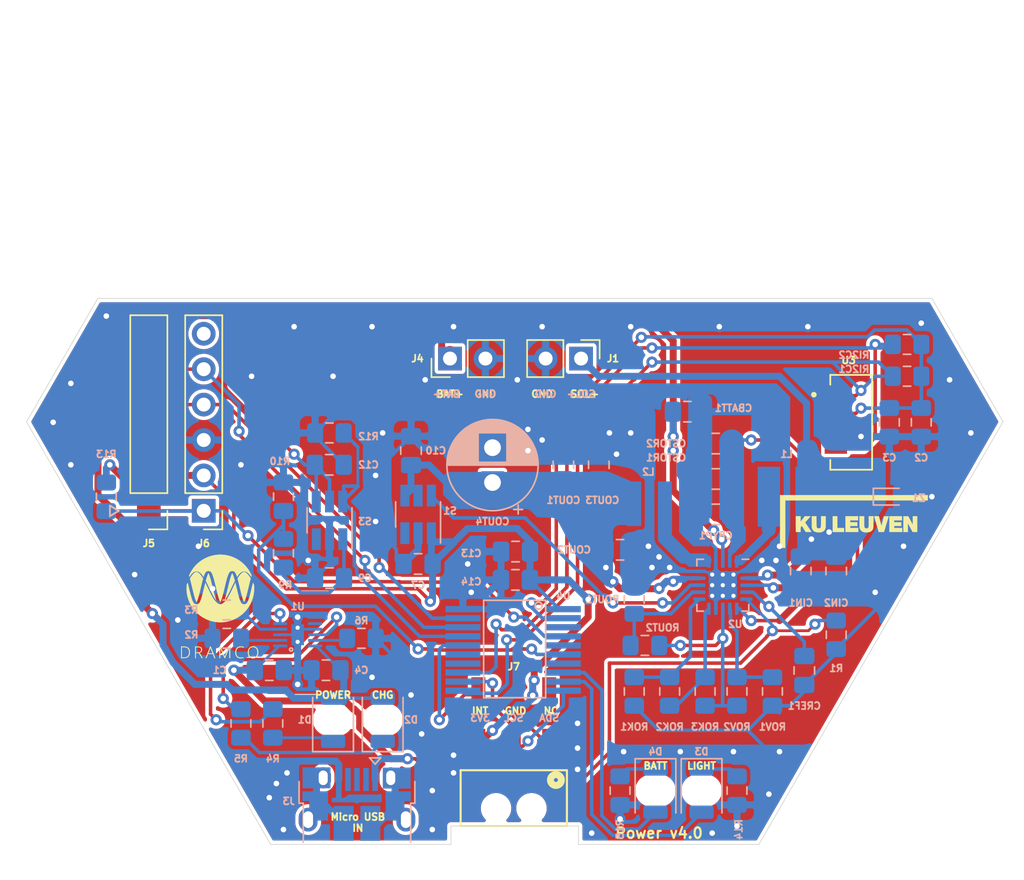
<source format=kicad_pcb>
(kicad_pcb (version 20171130) (host pcbnew "(5.1.7)-1")
  (layers (0 F.Cu signal) (31 B.Cu signal) (34 B.Paste user) (35 F.Paste user) (36 B.SilkS user) (37 F.SilkS user) (38 B.Mask user) (39 F.Mask user) (44 Edge.Cuts user))
  (net 0 "")
  (net 1 GND)
  (net 2 VUSB)
  (net 3 BAT+)
  (net 4 SOL+)
  (net 5 3V3)
  (net 6 VSTOR)
  (net 7 "Net-(CREF1-Pad1)")
  (net 8 "Net-(D1-Pad1)")
  (net 9 LED0)
  (net 10 "Net-(D3-Pad1)")
  (net 11 LED1)
  (net 12 "Net-(D4-Pad1)")
  (net 13 INT)
  (net 14 SDA)
  (net 15 SCL)
  (net 16 "Net-(J3-Pad6)")
  (net 17 MCLR)
  (net 18 ICSPDAT)
  (net 19 ICSPCLK)
  (net 20 "Net-(L1-Pad1)")
  (net 21 "Net-(L2-Pad2)")
  (net 22 "Net-(R2-Pad1)")
  (net 23 "Net-(R3-Pad1)")
  (net 24 "Net-(R6-Pad1)")
  (net 25 BAT_VOLTAGE)
  (net 26 HYST)
  (net 27 PROG)
  (net 28 SET)
  (net 29 BAT_MEAS_EN)
  (net 30 VBAT_OK_TO_MCU)
  (net 31 3V3BUCK)
  (net 32 "Net-(C9-Pad1)")
  (net 33 "Net-(J3-Pad3)")
  (net 34 "Net-(J3-Pad4)")
  (net 35 "Net-(J3-Pad2)")
  (net 36 "Net-(J5-Pad6)")
  (net 37 "Net-(J6-Pad6)")
  (net 38 "Net-(S1-Pad3)")
  (net 39 "Net-(S3-Pad3)")
  (net 40 "Net-(U1-Pad6)")
  (net 41 "Net-(U4-Pad3)")
  (net 42 "Net-(ROK3-Pad1)")
  (net 43 "Net-(ROV1-Pad1)")
  (net 44 "Net-(D2-Pad1)")
  (net 45 "Net-(R4-Pad1)")
  (net 46 "Net-(R5-Pad1)")
  (net 47 "Net-(U4-Pad5)")
  (net 48 "Net-(U4-Pad7)")
  (net 49 VEML7700_SCL)
  (net 50 VEML7700_VCC)
  (net 51 VEML7700_SDA)
  (net 52 "Net-(U4-Pad15)")
  (net 53 "Net-(U4-Pad14)")
  (net 54 "Net-(J7-Pad2)")
  (module 610106249121:610106249121 (layer F.Cu) (at 122.428 105.664)
    (fp_text reference J7 (at 0 -10.16) (layer F.SilkS) (effects (font (size 0.5 0.5) (thickness 0.125))))
    (fp_text value 610106249121)
    (pad None np_thru_hole circle (at -1.27 0) (size 1.68 1.68) (drill 1.68) (layers *.Cu *.Mask))
    (pad None np_thru_hole circle (at 1.27 0) (size 1.68 1.68) (drill 1.68) (layers *.Cu *.Mask))
    (pad 5 smd rect (at -2.54 -4.45) (size 1 2.5) (layers F.Cu F.Paste F.Mask) (net 5 3V3))
    (pad 6 smd rect (at -2.54 -8.15) (size 1 2.5) (layers F.Cu F.Paste F.Mask) (net 13 INT))
    (pad 3 smd rect (at 0 -4.45) (size 1 2.5) (layers F.Cu F.Paste F.Mask) (net 15 SCL))
    (pad 4 smd rect (at 0 -8.15) (size 1 2.5) (layers F.Cu F.Paste F.Mask) (net 1 GND))
    (pad 1 smd rect (at 2.54 -4.45) (size 1 2.5) (layers F.Cu F.Paste F.Mask) (net 14 SDA))
    (pad 2 smd rect (at 2.54 -8.15) (size 1 2.5) (layers F.Cu F.Paste F.Mask) (net 54 "Net-(J7-Pad2)"))
  )
  (module Capacitor_SMD:C_0805_2012Metric_Pad1.18x1.45mm_HandSolder (layer B.Cu) (at 122.555 87.249)
    (fp_text reference C13 (at -3.175 0.127) (layer B.SilkS) (effects (font (size 0.5 0.5) (thickness 0.125)) (justify mirror)))
    (fp_text value "10 uF")
    (pad 2 smd roundrect (at 1.0375 0) (size 1.175 1.45) (layers B.Cu B.Paste B.Mask) (roundrect_rratio 0.212766) (net 5 3V3))
    (pad 1 smd roundrect (at -1.0375 0) (size 1.175 1.45) (layers B.Cu B.Paste B.Mask) (roundrect_rratio 0.212766) (net 1 GND))
  )
  (module BQ24040:BQ24040 (layer B.Cu) (at 105.934 94.018)
    (fp_text reference U1 (at 1 -2.832) (layer B.SilkS) (effects (font (size 0.5 0.5) (thickness 0.125)) (justify mirror)))
    (fp_text value BQ24040)
    (pad 1 smd rect (at -0.25 0) (size 1 0.2) (layers B.Cu B.Paste B.Mask) (net 2 VUSB))
    (pad 2 smd rect (at -0.25 -0.4) (size 1 0.2) (layers B.Cu B.Paste B.Mask) (net 22 "Net-(R2-Pad1)"))
    (pad 3 smd rect (at -0.25 -0.8) (size 1 0.2) (layers B.Cu B.Paste B.Mask) (net 1 GND))
    (pad 4 smd rect (at -0.25 -1.2) (size 1 0.2) (layers B.Cu B.Paste B.Mask) (net 23 "Net-(R3-Pad1)"))
    (pad 5 smd rect (at -0.25 -1.6) (size 1 0.2) (layers B.Cu B.Paste B.Mask) (net 45 "Net-(R4-Pad1)"))
    (pad 6 smd rect (at 2.25 -1.6) (size 1 0.2) (layers B.Cu B.Paste B.Mask) (net 40 "Net-(U1-Pad6)"))
    (pad 7 smd rect (at 2.25 -1.2) (size 1 0.2) (layers B.Cu B.Paste B.Mask) (net 1 GND))
    (pad 8 smd rect (at 2.25 -0.8) (size 1 0.2) (layers B.Cu B.Paste B.Mask) (net 46 "Net-(R5-Pad1)"))
    (pad 9 smd rect (at 2.25 -0.4) (size 1 0.2) (layers B.Cu B.Paste B.Mask) (net 24 "Net-(R6-Pad1)"))
    (pad 10 smd rect (at 2.25 0) (size 1 0.2) (layers B.Cu B.Paste B.Mask) (net 3 BAT+))
    (pad 11 smd rect (at 1 -0.8) (size 0.9 1.5) (layers B.Cu B.Paste B.Mask) (net 1 GND))
  )
  (module LED_SMD:LED_1206_3216Metric_ReverseMount_Hole1.8x2.4mm (layer B.Cu) (at 132.588 104.394 270)
    (fp_text reference D4 (at -2.794 0 180) (layer B.SilkS) (effects (font (size 0.5 0.5) (thickness 0.125)) (justify mirror)))
    (fp_text value LED)
    (pad "" np_thru_hole oval (at 0 0 270) (size 1.8 2.4) (drill oval 1.8 2.4) (layers *.Cu *.Mask))
    (pad 2 smd roundrect (at 1.55 0 270) (size 0.95 1.75) (layers B.Cu B.Paste B.Mask) (roundrect_rratio 0.2) (net 11 LED1))
    (pad 1 smd roundrect (at -1.55 0 270) (size 0.95 1.75) (layers B.Cu B.Paste B.Mask) (roundrect_rratio 0.2) (net 12 "Net-(D4-Pad1)"))
  )
  (module LED_SMD:LED_1206_3216Metric_ReverseMount_Hole1.8x2.4mm (layer B.Cu) (at 135.89 104.394 270)
    (fp_text reference D3 (at -2.794 0 180) (layer B.SilkS) (effects (font (size 0.5 0.5) (thickness 0.125)) (justify mirror)))
    (fp_text value LED)
    (pad "" np_thru_hole oval (at 0 0 270) (size 1.8 2.4) (drill oval 1.8 2.4) (layers *.Cu *.Mask))
    (pad 2 smd roundrect (at 1.55 0 270) (size 0.95 1.75) (layers B.Cu B.Paste B.Mask) (roundrect_rratio 0.2) (net 9 LED0))
    (pad 1 smd roundrect (at -1.55 0 270) (size 0.95 1.75) (layers B.Cu B.Paste B.Mask) (roundrect_rratio 0.2) (net 10 "Net-(D3-Pad1)"))
  )
  (module LED_SMD:LED_1206_3216Metric_ReverseMount_Hole1.8x2.4mm (layer B.Cu) (at 113.03 99.314 90)
    (fp_text reference D2 (at 0 2.032 180) (layer B.SilkS) (effects (font (size 0.5 0.5) (thickness 0.125)) (justify mirror)))
    (fp_text value LED)
    (pad "" np_thru_hole oval (at 0 0 90) (size 1.8 2.4) (drill oval 1.8 2.4) (layers *.Cu *.Mask))
    (pad 2 smd roundrect (at 1.55 0 90) (size 0.95 1.75) (layers B.Cu B.Paste B.Mask) (roundrect_rratio 0.2) (net 3 BAT+))
    (pad 1 smd roundrect (at -1.55 0 90) (size 0.95 1.75) (layers B.Cu B.Paste B.Mask) (roundrect_rratio 0.2) (net 44 "Net-(D2-Pad1)"))
  )
  (module LED_SMD:LED_1206_3216Metric_ReverseMount_Hole1.8x2.4mm (layer B.Cu) (at 109.474 99.314 90)
    (fp_text reference D1 (at 0 -2.032 180) (layer B.SilkS) (effects (font (size 0.5 0.5) (thickness 0.125)) (justify mirror)))
    (fp_text value LED)
    (pad "" np_thru_hole oval (at 0 0 90) (size 1.8 2.4) (drill oval 1.8 2.4) (layers *.Cu *.Mask))
    (pad 2 smd roundrect (at 1.55 0 90) (size 0.95 1.75) (layers B.Cu B.Paste B.Mask) (roundrect_rratio 0.2) (net 3 BAT+))
    (pad 1 smd roundrect (at -1.55 0 90) (size 0.95 1.75) (layers B.Cu B.Paste B.Mask) (roundrect_rratio 0.2) (net 8 "Net-(D1-Pad1)"))
  )
  (module logos:kul_logo (layer F.Cu) (at 146.812 85.09)
    (fp_text reference G*** hide)
    (fp_text value LOGO hide)
  )
  (module logos:dramco_logo (layer F.Cu) (at 101.346 91.186)
    (fp_text reference G*** hide)
    (fp_text value LOGO hide)
  )
  (module PIC16F18446SSOPPIN:PIC16F18446SSOP20PIN (layer B.Cu) (at 125.984 91.38 180)
    (fp_text reference U4 (at 0 0.956) (layer B.SilkS) (effects (font (size 0.5 0.5) (thickness 0.125)) (justify mirror)))
    (fp_text value PIC16F18446)
    (pad 1 smd rect (at 0 0 180) (size 2.5 0.45) (layers B.Cu B.Paste B.Mask) (net 5 3V3))
    (pad 2 smd rect (at 0 -0.65 180) (size 2.5 0.45) (layers B.Cu B.Paste B.Mask) (net 50 VEML7700_VCC))
    (pad 3 smd rect (at 0 -1.3 180) (size 2.5 0.45) (layers B.Cu B.Paste B.Mask) (net 41 "Net-(U4-Pad3)"))
    (pad 4 smd rect (at 0 -1.95 180) (size 2.5 0.45) (layers B.Cu B.Paste B.Mask) (net 17 MCLR))
    (pad 5 smd rect (at 0 -2.6 180) (size 2.5 0.45) (layers B.Cu B.Paste B.Mask) (net 47 "Net-(U4-Pad5)"))
    (pad 6 smd rect (at 0 -3.25 180) (size 2.5 0.45) (layers B.Cu B.Paste B.Mask) (net 25 BAT_VOLTAGE))
    (pad 7 smd rect (at 0 -3.9 180) (size 2.5 0.45) (layers B.Cu B.Paste B.Mask) (net 48 "Net-(U4-Pad7)"))
    (pad 8 smd rect (at 0 -4.55 180) (size 2.5 0.45) (layers B.Cu B.Paste B.Mask) (net 11 LED1))
    (pad 9 smd rect (at 0 -5.2 180) (size 2.5 0.45) (layers B.Cu B.Paste B.Mask) (net 9 LED0))
    (pad 10 smd rect (at 0 -5.85 180) (size 2.5 0.45) (layers B.Cu B.Paste B.Mask) (net 15 SCL))
    (pad 11 smd rect (at 7.2 -5.85 180) (size 2.5 0.45) (layers B.Cu B.Paste B.Mask) (net 49 VEML7700_SCL))
    (pad 12 smd rect (at 7.2 -5.2 180) (size 2.5 0.45) (layers B.Cu B.Paste B.Mask) (net 14 SDA))
    (pad 13 smd rect (at 7.2 -4.55 180) (size 2.5 0.45) (layers B.Cu B.Paste B.Mask) (net 51 VEML7700_SDA))
    (pad 14 smd rect (at 7.2 -3.9 180) (size 2.5 0.45) (layers B.Cu B.Paste B.Mask) (net 53 "Net-(U4-Pad14)"))
    (pad 15 smd rect (at 7.2 -3.25 180) (size 2.5 0.45) (layers B.Cu B.Paste B.Mask) (net 52 "Net-(U4-Pad15)"))
    (pad 16 smd rect (at 7.2 -2.6 180) (size 2.5 0.45) (layers B.Cu B.Paste B.Mask) (net 13 INT))
    (pad 17 smd rect (at 7.2 -1.95 180) (size 2.5 0.45) (layers B.Cu B.Paste B.Mask) (net 29 BAT_MEAS_EN))
    (pad 18 smd rect (at 7.2 -1.3 180) (size 2.5 0.45) (layers B.Cu B.Paste B.Mask) (net 19 ICSPCLK))
    (pad 19 smd rect (at 7.2 -0.65 180) (size 2.5 0.45) (layers B.Cu B.Paste B.Mask) (net 18 ICSPDAT))
    (pad 20 smd rect (at 7.2 0 180) (size 2.5 0.45) (layers B.Cu B.Paste B.Mask) (net 1 GND))
  )
  (module Capacitor_SMD:C_0805_2012Metric_Pad1.15x1.40mm_HandSolder (layer B.Cu) (at 149.352 77.978 270)
    (fp_text reference C3 (at 2.54 0) (layer B.SilkS) (effects (font (size 0.5 0.5) (thickness 0.125)) (justify mirror)))
    (fp_text value 100n)
    (pad 2 smd roundrect (at 1.025 0 270) (size 1.15 1.4) (layers B.Cu B.Paste B.Mask) (roundrect_rratio 0.217391) (net 1 GND))
    (pad 1 smd roundrect (at -1.025 0 270) (size 1.15 1.4) (layers B.Cu B.Paste B.Mask) (roundrect_rratio 0.217391) (net 50 VEML7700_VCC))
  )
  (module Capacitor_SMD:C_0805_2012Metric_Pad1.15x1.40mm_HandSolder (layer B.Cu) (at 151.638 77.978 270)
    (fp_text reference C2 (at 2.54 0) (layer B.SilkS) (effects (font (size 0.5 0.5) (thickness 0.125)) (justify mirror)))
    (fp_text value 10u)
    (pad 2 smd roundrect (at 1.025 0 270) (size 1.15 1.4) (layers B.Cu B.Paste B.Mask) (roundrect_rratio 0.217391) (net 1 GND))
    (pad 1 smd roundrect (at -1.025 0 270) (size 1.15 1.4) (layers B.Cu B.Paste B.Mask) (roundrect_rratio 0.217391) (net 50 VEML7700_VCC))
  )
  (module VEML7700-TT:XDCR_VEML7700-TT (layer F.Cu) (at 147.066 77.978)
    (fp_text reference U3 (at -0.635 -4.445) (layer F.SilkS) (effects (font (size 0.5 0.5) (thickness 0.125))))
    (fp_text value VEML7700-TT)
    (pad 1 smd rect (at -1.55 -1.905) (size 1.6 0.7) (layers F.Cu F.Paste F.Mask) (net 49 VEML7700_SCL))
    (pad 2 smd rect (at -1.55 -0.635) (size 1.6 0.7) (layers F.Cu F.Paste F.Mask) (net 50 VEML7700_VCC))
    (pad 3 smd rect (at -1.55 0.635) (size 1.6 0.7) (layers F.Cu F.Paste F.Mask) (net 1 GND))
    (pad 4 smd rect (at -1.55 1.905) (size 1.6 0.7) (layers F.Cu F.Paste F.Mask) (net 51 VEML7700_SDA))
  )
  (module Resistor_SMD:R_0805_2012Metric_Pad1.15x1.40mm_HandSolder (layer B.Cu) (at 150.622 72.39 180)
    (fp_text reference RI2C2 (at 3.81 -0.762) (layer B.SilkS) (effects (font (size 0.5 0.5) (thickness 0.125)) (justify mirror)))
    (fp_text value 10k)
    (pad 2 smd roundrect (at 1.025 0 180) (size 1.15 1.4) (layers B.Cu B.Paste B.Mask) (roundrect_rratio 0.217391) (net 51 VEML7700_SDA))
    (pad 1 smd roundrect (at -1.025 0 180) (size 1.15 1.4) (layers B.Cu B.Paste B.Mask) (roundrect_rratio 0.217391) (net 50 VEML7700_VCC))
  )
  (module Resistor_SMD:R_0805_2012Metric_Pad1.15x1.40mm_HandSolder (layer B.Cu) (at 150.622 74.676 180)
    (fp_text reference RI2C1 (at 3.81 0.508) (layer B.SilkS) (effects (font (size 0.5 0.5) (thickness 0.125)) (justify mirror)))
    (fp_text value 10k)
    (pad 2 smd roundrect (at 1.025 0 180) (size 1.15 1.4) (layers B.Cu B.Paste B.Mask) (roundrect_rratio 0.217391) (net 49 VEML7700_SCL))
    (pad 1 smd roundrect (at -1.025 0 180) (size 1.15 1.4) (layers B.Cu B.Paste B.Mask) (roundrect_rratio 0.217391) (net 50 VEML7700_VCC))
  )
  (module Diode_SMD:D_SOD-523 (layer B.Cu) (at 149.352 83.312)
    (fp_text reference Z1 (at 2.1 0.1 180) (layer B.SilkS) (effects (font (size 0.5 0.5) (thickness 0.125)) (justify mirror)))
    (fp_text value BZT52C4V7T-7)
    (pad 1 smd rect (at -0.7 0 180) (size 0.6 0.7) (layers B.Cu B.Paste B.Mask) (net 4 SOL+))
    (pad 2 smd rect (at 0.7 0 180) (size 0.6 0.7) (layers B.Cu B.Paste B.Mask) (net 1 GND))
  )
  (module Resistor_SMD:R_0805_2012Metric_Pad1.15x1.40mm_HandSolder (layer B.Cu) (at 105.156 99.577 270)
    (fp_text reference R4 (at 2.531 0 180) (layer B.SilkS) (effects (font (size 0.5 0.5) (thickness 0.125)) (justify mirror)))
    (fp_text value 1.5k)
    (pad 2 smd roundrect (at 1.025 0 270) (size 1.15 1.4) (layers B.Cu B.Paste B.Mask) (roundrect_rratio 0.217391) (net 8 "Net-(D1-Pad1)"))
    (pad 1 smd roundrect (at -1.025 0 270) (size 1.15 1.4) (layers B.Cu B.Paste B.Mask) (roundrect_rratio 0.217391) (net 45 "Net-(R4-Pad1)"))
  )
  (module Resistor_SMD:R_0805_2012Metric_Pad1.15x1.40mm_HandSolder (layer B.Cu) (at 102.87 99.577 270)
    (fp_text reference R5 (at 2.531 0 180) (layer B.SilkS) (effects (font (size 0.5 0.5) (thickness 0.125)) (justify mirror)))
    (fp_text value 1.5k)
    (pad 2 smd roundrect (at 1.025 0 270) (size 1.15 1.4) (layers B.Cu B.Paste B.Mask) (roundrect_rratio 0.217391) (net 44 "Net-(D2-Pad1)"))
    (pad 1 smd roundrect (at -1.025 0 270) (size 1.15 1.4) (layers B.Cu B.Paste B.Mask) (roundrect_rratio 0.217391) (net 46 "Net-(R5-Pad1)"))
  )
  (module Connector_PinHeader_2.54mm:PinHeader_1x02_P2.54mm_Vertical (layer F.Cu) (at 127.254 73.406 270)
    (fp_text reference J1 (at 0 -2.286 180) (layer F.SilkS) (effects (font (size 0.5 0.5) (thickness 0.125))))
    (fp_text value Conn_01x02)
    (pad 1 thru_hole rect (at 0 0 270) (size 1.7 1.7) (drill 1) (layers *.Cu *.Mask) (net 4 SOL+))
    (pad 2 thru_hole oval (at 0 2.54 270) (size 1.7 1.7) (drill 1) (layers *.Cu *.Mask) (net 1 GND))
  )
  (module Capacitor_SMD:C_0805_2012Metric_Pad1.18x1.45mm_HandSolder (layer B.Cu) (at 136.906 82.042 180)
    (fp_text reference CSTOR1 (at 3.556 1.524 180) (layer B.SilkS) (effects (font (size 0.5 0.5) (thickness 0.125)) (justify mirror)))
    (fp_text value "4.7 uF")
    (pad 2 smd roundrect (at 1.0375 0 180) (size 1.175 1.45) (layers B.Cu B.Paste B.Mask) (roundrect_rratio 0.212766) (net 1 GND))
    (pad 1 smd roundrect (at -1.0375 0 180) (size 1.175 1.45) (layers B.Cu B.Paste B.Mask) (roundrect_rratio 0.212766) (net 6 VSTOR))
  )
  (module Capacitor_SMD:C_0805_2012Metric_Pad1.18x1.45mm_HandSolder (layer B.Cu) (at 143.256 95.7795 270)
    (fp_text reference CREF1 (at 2.54 0 180) (layer B.SilkS) (effects (font (size 0.5 0.5) (thickness 0.125)) (justify mirror)))
    (fp_text value "10 nF")
    (pad 2 smd roundrect (at 1.0375 0 270) (size 1.175 1.45) (layers B.Cu B.Paste B.Mask) (roundrect_rratio 0.212766) (net 1 GND))
    (pad 1 smd roundrect (at -1.0375 0 270) (size 1.175 1.45) (layers B.Cu B.Paste B.Mask) (roundrect_rratio 0.212766) (net 7 "Net-(CREF1-Pad1)"))
  )
  (module Capacitor_SMD:C_0805_2012Metric_Pad1.18x1.45mm_HandSolder (layer B.Cu) (at 125.984 81.026 90)
    (fp_text reference COUT1 (at -2.54 0 180) (layer B.SilkS) (effects (font (size 0.5 0.5) (thickness 0.125)) (justify mirror)))
    (fp_text value 100n)
    (pad 2 smd roundrect (at 1.0375 0 90) (size 1.175 1.45) (layers B.Cu B.Paste B.Mask) (roundrect_rratio 0.212766) (net 1 GND))
    (pad 1 smd roundrect (at -1.0375 0 90) (size 1.175 1.45) (layers B.Cu B.Paste B.Mask) (roundrect_rratio 0.212766) (net 31 3V3BUCK))
  )
  (module Capacitor_SMD:C_0805_2012Metric_Pad1.18x1.45mm_HandSolder (layer B.Cu) (at 143.002 88.646 270)
    (fp_text reference CIN1 (at 2.286 0 180) (layer B.SilkS) (effects (font (size 0.5 0.5) (thickness 0.125)) (justify mirror)))
    (fp_text value "4.7 uF")
    (pad 2 smd roundrect (at 1.0375 0 270) (size 1.175 1.45) (layers B.Cu B.Paste B.Mask) (roundrect_rratio 0.212766) (net 1 GND))
    (pad 1 smd roundrect (at -1.0375 0 270) (size 1.175 1.45) (layers B.Cu B.Paste B.Mask) (roundrect_rratio 0.212766) (net 4 SOL+))
  )
  (module Capacitor_SMD:C_0805_2012Metric_Pad1.18x1.45mm_HandSolder (layer B.Cu) (at 136.906 84.582 180)
    (fp_text reference CBYP1 (at 0 -1.524) (layer B.SilkS) (effects (font (size 0.5 0.5) (thickness 0.125)) (justify mirror)))
    (fp_text value "10 nF")
    (pad 2 smd roundrect (at 1.0375 0 180) (size 1.175 1.45) (layers B.Cu B.Paste B.Mask) (roundrect_rratio 0.212766) (net 1 GND))
    (pad 1 smd roundrect (at -1.0375 0 180) (size 1.175 1.45) (layers B.Cu B.Paste B.Mask) (roundrect_rratio 0.212766) (net 6 VSTOR))
  )
  (module Capacitor_SMD:C_0805_2012Metric_Pad1.18x1.45mm_HandSolder (layer B.Cu) (at 122.546 89.281)
    (fp_text reference C14 (at -3.166 0.127) (layer B.SilkS) (effects (font (size 0.5 0.5) (thickness 0.125)) (justify mirror)))
    (fp_text value "100 nF")
    (pad 2 smd roundrect (at 1.0375 0) (size 1.175 1.45) (layers B.Cu B.Paste B.Mask) (roundrect_rratio 0.212766) (net 5 3V3))
    (pad 1 smd roundrect (at -1.0375 0) (size 1.175 1.45) (layers B.Cu B.Paste B.Mask) (roundrect_rratio 0.212766) (net 1 GND))
  )
  (module Capacitor_SMD:C_0805_2012Metric_Pad1.18x1.45mm_HandSolder (layer B.Cu) (at 109.1985 81.026)
    (fp_text reference C12 (at 2.8155 0) (layer B.SilkS) (effects (font (size 0.5 0.5) (thickness 0.125)) (justify mirror)))
    (fp_text value "1 uF")
    (pad 2 smd roundrect (at 1.0375 0) (size 1.175 1.45) (layers B.Cu B.Paste B.Mask) (roundrect_rratio 0.212766) (net 1 GND))
    (pad 1 smd roundrect (at -1.0375 0) (size 1.175 1.45) (layers B.Cu B.Paste B.Mask) (roundrect_rratio 0.212766) (net 3 BAT+))
  )
  (module Capacitor_SMD:C_0805_2012Metric_Pad1.18x1.45mm_HandSolder (layer B.Cu) (at 115.062 80.01 90)
    (fp_text reference C10 (at 0 1.778 180) (layer B.SilkS) (effects (font (size 0.5 0.5) (thickness 0.125)) (justify mirror)))
    (fp_text value "1 uF")
    (pad 2 smd roundrect (at 1.0375 0 90) (size 1.175 1.45) (layers B.Cu B.Paste B.Mask) (roundrect_rratio 0.212766) (net 1 GND))
    (pad 1 smd roundrect (at -1.0375 0 90) (size 1.175 1.45) (layers B.Cu B.Paste B.Mask) (roundrect_rratio 0.212766) (net 31 3V3BUCK))
  )
  (module Capacitor_SMD:C_0805_2012Metric_Pad1.18x1.45mm_HandSolder (layer B.Cu) (at 109.22 89.154 180)
    (fp_text reference C9 (at -2.54 0) (layer B.SilkS) (effects (font (size 0.5 0.5) (thickness 0.125)) (justify mirror)))
    (fp_text value "1 uF")
    (pad 2 smd roundrect (at 1.0375 0 180) (size 1.175 1.45) (layers B.Cu B.Paste B.Mask) (roundrect_rratio 0.212766) (net 1 GND))
    (pad 1 smd roundrect (at -1.0375 0 180) (size 1.175 1.45) (layers B.Cu B.Paste B.Mask) (roundrect_rratio 0.212766) (net 32 "Net-(C9-Pad1)"))
  )
  (module Capacitor_SMD:C_0805_2012Metric_Pad1.18x1.45mm_HandSolder (layer B.Cu) (at 115.57 88.138 180)
    (fp_text reference C7 (at 0 -1.524) (layer B.SilkS) (effects (font (size 0.5 0.5) (thickness 0.125)) (justify mirror)))
    (fp_text value "1 uF")
    (pad 2 smd roundrect (at 1.0375 0 180) (size 1.175 1.45) (layers B.Cu B.Paste B.Mask) (roundrect_rratio 0.212766) (net 1 GND))
    (pad 1 smd roundrect (at -1.0375 0 180) (size 1.175 1.45) (layers B.Cu B.Paste B.Mask) (roundrect_rratio 0.212766) (net 5 3V3))
  )
  (module Capacitor_SMD:C_0805_2012Metric_Pad1.18x1.45mm_HandSolder (layer B.Cu) (at 108.966 95.758 180)
    (fp_text reference C4 (at -2.54 0) (layer B.SilkS) (effects (font (size 0.5 0.5) (thickness 0.125)) (justify mirror)))
    (fp_text value "1 uF")
    (pad 2 smd roundrect (at 1.0375 0 180) (size 1.175 1.45) (layers B.Cu B.Paste B.Mask) (roundrect_rratio 0.212766) (net 1 GND))
    (pad 1 smd roundrect (at -1.0375 0 180) (size 1.175 1.45) (layers B.Cu B.Paste B.Mask) (roundrect_rratio 0.212766) (net 3 BAT+))
  )
  (module Capacitor_SMD:C_0805_2012Metric_Pad1.18x1.45mm_HandSolder (layer B.Cu) (at 104.902 95.758)
    (fp_text reference C1 (at -3.556 0) (layer B.SilkS) (effects (font (size 0.5 0.5) (thickness 0.125)) (justify mirror)))
    (fp_text value "1 uF")
    (pad 2 smd roundrect (at 1.0375 0) (size 1.175 1.45) (layers B.Cu B.Paste B.Mask) (roundrect_rratio 0.212766) (net 1 GND))
    (pad 1 smd roundrect (at -1.0375 0) (size 1.175 1.45) (layers B.Cu B.Paste B.Mask) (roundrect_rratio 0.212766) (net 2 VUSB))
  )
  (module Capacitor_SMD:C_0805_2012Metric_Pad1.18x1.45mm_HandSolder (layer B.Cu) (at 130.048 87.122)
    (fp_text reference COUT2 (at -3.302 0) (layer B.SilkS) (effects (font (size 0.5 0.5) (thickness 0.125)) (justify mirror)))
    (fp_text value "22 uF")
    (pad 1 smd roundrect (at -1.0375 0) (size 1.175 1.45) (layers B.Cu B.Paste B.Mask) (roundrect_rratio 0.212766) (net 31 3V3BUCK))
    (pad 2 smd roundrect (at 1.0375 0) (size 1.175 1.45) (layers B.Cu B.Paste B.Mask) (roundrect_rratio 0.212766) (net 1 GND))
  )
  (module Capacitor_SMD:C_0805_2012Metric_Pad1.18x1.45mm_HandSolder (layer B.Cu) (at 145.542 88.646 270)
    (fp_text reference CIN2 (at 2.286 0 180) (layer B.SilkS) (effects (font (size 0.5 0.5) (thickness 0.125)) (justify mirror)))
    (fp_text value 100n)
    (pad 1 smd roundrect (at -1.0375 0 270) (size 1.175 1.45) (layers B.Cu B.Paste B.Mask) (roundrect_rratio 0.212766) (net 4 SOL+))
    (pad 2 smd roundrect (at 1.0375 0 270) (size 1.175 1.45) (layers B.Cu B.Paste B.Mask) (roundrect_rratio 0.212766) (net 1 GND))
  )
  (module Capacitor_SMD:C_0805_2012Metric_Pad1.18x1.45mm_HandSolder (layer B.Cu) (at 136.906 79.502 180)
    (fp_text reference CSTOR2 (at 3.556 0) (layer B.SilkS) (effects (font (size 0.5 0.5) (thickness 0.125)) (justify mirror)))
    (fp_text value DNP)
    (pad 2 smd roundrect (at 1.0375 0 180) (size 1.175 1.45) (layers B.Cu B.Paste B.Mask) (roundrect_rratio 0.212766) (net 1 GND))
    (pad 1 smd roundrect (at -1.0375 0 180) (size 1.175 1.45) (layers B.Cu B.Paste B.Mask) (roundrect_rratio 0.212766) (net 6 VSTOR))
  )
  (module Capacitor_SMD:C_0805_2012Metric_Pad1.18x1.45mm_HandSolder (layer B.Cu) (at 134.874 77.216)
    (fp_text reference CBATT1 (at 3.302 -0.254) (layer B.SilkS) (effects (font (size 0.5 0.5) (thickness 0.125)) (justify mirror)))
    (fp_text value DNP)
    (pad 2 smd roundrect (at 1.0375 0) (size 1.175 1.45) (layers B.Cu B.Paste B.Mask) (roundrect_rratio 0.212766) (net 1 GND))
    (pad 1 smd roundrect (at -1.0375 0) (size 1.175 1.45) (layers B.Cu B.Paste B.Mask) (roundrect_rratio 0.212766) (net 3 BAT+))
  )
  (module Capacitor_SMD:C_0805_2012Metric_Pad1.18x1.45mm_HandSolder (layer B.Cu) (at 128.524 81.026 90)
    (fp_text reference COUT3 (at -2.54 0.254 180) (layer B.SilkS) (effects (font (size 0.5 0.5) (thickness 0.125)) (justify mirror)))
    (fp_text value DNP)
    (pad 2 smd roundrect (at 1.0375 0 90) (size 1.175 1.45) (layers B.Cu B.Paste B.Mask) (roundrect_rratio 0.212766) (net 1 GND))
    (pad 1 smd roundrect (at -1.0375 0 90) (size 1.175 1.45) (layers B.Cu B.Paste B.Mask) (roundrect_rratio 0.212766) (net 31 3V3BUCK))
  )
  (module USB_Micro:USB_Micro (layer B.Cu) (at 116.586 105.156 180)
    (fp_text reference J3 (at 10.287 0) (layer B.SilkS) (effects (font (size 0.5 0.5) (thickness 0.125)) (justify mirror)))
    (fp_text value USB_B_Micro)
    (fp_text user " " (at 7.3479 3.15926) (layer B.SilkS) (effects (font (size 0.5 0.5) (thickness 0.125)) (justify mirror)))
    (pad 6 smd rect (at 4.4379 -1.59074 90) (size 2.5 1.43) (layers B.Cu B.Paste B.Mask) (net 16 "Net-(J3-Pad6)"))
    (pad 6 smd rect (at 2.5479 1.65926 180) (size 2 1.5) (layers B.Cu B.Paste B.Mask) (net 16 "Net-(J3-Pad6)"))
    (pad 6 smd rect (at 8.1479 -0.39074 180) (size 1.35 2) (layers B.Cu B.Paste B.Mask) (net 16 "Net-(J3-Pad6)"))
    (pad 6 smd rect (at 2.6679 -0.39074 180) (size 1.35 2) (layers B.Cu B.Paste B.Mask) (net 16 "Net-(J3-Pad6)"))
    (pad 3 smd rect (at 5.3979 1.55926 90) (size 1.65 0.4) (layers B.Cu B.Paste B.Mask) (net 33 "Net-(J3-Pad3)"))
    (pad 6 thru_hole oval (at 8.8979 -1.32074 90) (size 1.7 1.35) (drill oval 1.2 0.7) (layers *.Cu *.Mask) (net 16 "Net-(J3-Pad6)"))
    (pad 6 thru_hole oval (at 2.9779 1.67926 90) (size 1.5 1.1) (drill oval 1.05 0.65) (layers *.Cu *.Mask) (net 16 "Net-(J3-Pad6)"))
    (pad 6 thru_hole oval (at 7.8179 1.67926 90) (size 1.5 1.1) (drill oval 1.05 0.65) (layers *.Cu *.Mask) (net 16 "Net-(J3-Pad6)"))
    (pad 5 smd rect (at 6.6979 1.55926 90) (size 1.65 0.4) (layers B.Cu B.Paste B.Mask) (net 1 GND))
    (pad 4 smd rect (at 6.0479 1.55926 90) (size 1.65 0.4) (layers B.Cu B.Paste B.Mask) (net 34 "Net-(J3-Pad4)"))
    (pad 6 smd rect (at 8.3979 0.35926 180) (size 1.825 0.7) (layers B.Cu B.Paste B.Mask) (net 16 "Net-(J3-Pad6)"))
    (pad 1 smd rect (at 4.0979 1.55926 90) (size 1.65 0.4) (layers B.Cu B.Paste B.Mask) (net 2 VUSB))
    (pad 6 smd rect (at 8.2979 1.67926 180) (size 2 1.5) (layers B.Cu B.Paste B.Mask) (net 16 "Net-(J3-Pad6)"))
    (pad 6 smd rect (at 2.4479 0.35926 180) (size 1.825 0.7) (layers B.Cu B.Paste B.Mask) (net 16 "Net-(J3-Pad6)"))
    (pad 2 smd rect (at 4.7479 1.55926 90) (size 1.65 0.4) (layers B.Cu B.Paste B.Mask) (net 35 "Net-(J3-Pad2)"))
    (pad 6 thru_hole oval (at 1.8979 -1.32074 90) (size 1.7 1.35) (drill oval 1.2 0.7) (layers *.Cu *.Mask) (net 16 "Net-(J3-Pad6)"))
    (pad 6 smd rect (at 6.3579 -1.59074 90) (size 2.5 1.43) (layers B.Cu B.Paste B.Mask) (net 16 "Net-(J3-Pad6)"))
  )
  (module Connector_PinHeader_2.54mm:PinHeader_1x02_P2.54mm_Vertical (layer F.Cu) (at 117.856 73.406 90)
    (fp_text reference J4 (at 0 -2.33 180) (layer F.SilkS) (effects (font (size 0.5 0.5) (thickness 0.125))))
    (fp_text value Conn_01x02_battery)
    (pad 2 thru_hole oval (at 0 2.54 90) (size 1.7 1.7) (drill 1) (layers *.Cu *.Mask) (net 1 GND))
    (pad 1 thru_hole rect (at 0 0 90) (size 1.7 1.7) (drill 1) (layers *.Cu *.Mask) (net 3 BAT+))
  )
  (module Connector_PinHeader_2.54mm:PinHeader_1x06_P2.54mm_Vertical (layer F.Cu) (at 96.266 84.328 180)
    (fp_text reference J5 (at 0 -2.33) (layer F.SilkS) (effects (font (size 0.5 0.5) (thickness 0.125))))
    (fp_text value Conn_01x06_programmer)
    (pad 1 smd rect (at 0 0 180) (size 1.7 1.7) (layers F.Cu F.Paste F.Mask) (net 17 MCLR))
    (pad 2 smd oval (at 0 2.54 180) (size 1.7 1.7) (layers F.Cu F.Paste F.Mask) (net 5 3V3))
    (pad 3 smd oval (at 0 5.08 180) (size 1.7 1.7) (layers F.Cu F.Paste F.Mask) (net 1 GND))
    (pad 4 smd oval (at 0 7.62 180) (size 1.7 1.7) (layers F.Cu F.Paste F.Mask) (net 18 ICSPDAT))
    (pad 5 smd oval (at 0 10.16 180) (size 1.7 1.7) (layers F.Cu F.Paste F.Mask) (net 19 ICSPCLK))
    (pad 6 smd oval (at 0 12.7 180) (size 1.7 1.7) (layers F.Cu F.Paste F.Mask) (net 36 "Net-(J5-Pad6)"))
  )
  (module Connector_PinHeader_2.54mm:PinHeader_1x06_P2.54mm_Vertical (layer F.Cu) (at 100.203 84.328 180)
    (fp_text reference J6 (at 0 -2.33) (layer F.SilkS) (effects (font (size 0.5 0.5) (thickness 0.125))))
    (fp_text value Conn_01x06_programmer)
    (pad 6 thru_hole oval (at 0 12.7 180) (size 1.7 1.7) (drill 1) (layers *.Cu *.Mask) (net 37 "Net-(J6-Pad6)"))
    (pad 5 thru_hole oval (at 0 10.16 180) (size 1.7 1.7) (drill 1) (layers *.Cu *.Mask) (net 19 ICSPCLK))
    (pad 4 thru_hole oval (at 0 7.62 180) (size 1.7 1.7) (drill 1) (layers *.Cu *.Mask) (net 18 ICSPDAT))
    (pad 3 thru_hole oval (at 0 5.08 180) (size 1.7 1.7) (drill 1) (layers *.Cu *.Mask) (net 1 GND))
    (pad 2 thru_hole oval (at 0 2.54 180) (size 1.7 1.7) (drill 1) (layers *.Cu *.Mask) (net 5 3V3))
    (pad 1 thru_hole rect (at 0 0 180) (size 1.7 1.7) (drill 1) (layers *.Cu *.Mask) (net 17 MCLR))
  )
  (module inductor_744031220_22uH:Inductor_744031220_22uH (layer B.Cu) (at 140.716 83.312 270)
    (fp_text reference L1 (at -3.048 -1.27) (layer B.SilkS) (effects (font (size 0.5 0.5) (thickness 0.125)) (justify mirror)))
    (fp_text value "22 uH")
    (pad 1 smd rect (at 0 0 270) (size 4.3 1.6) (layers B.Cu B.Paste B.Mask) (net 20 "Net-(L1-Pad1)"))
    (pad 2 smd rect (at 0 -2.7 270) (size 4.3 1.6) (layers B.Cu B.Paste B.Mask) (net 4 SOL+))
  )
  (module Inductor_744029100_10uH:Inductor_744029100_10uH (layer B.Cu) (at 131.064 83.82 270)
    (fp_text reference L2 (at -2.286 -1.016 180) (layer B.SilkS) (effects (font (size 0.5 0.5) (thickness 0.125)) (justify mirror)))
    (fp_text value "10 uH")
    (pad 1 smd rect (at 0 0 270) (size 3.2 1) (layers B.Cu B.Paste B.Mask) (net 31 3V3BUCK))
    (pad 2 smd rect (at 0 -2.2 270) (size 3.2 1) (layers B.Cu B.Paste B.Mask) (net 21 "Net-(L2-Pad2)"))
  )
  (module Resistor_SMD:R_0805_2012Metric_Pad1.15x1.40mm_HandSolder (layer B.Cu) (at 145.542 93.218 270)
    (fp_text reference R1 (at 2.404 0) (layer B.SilkS) (effects (font (size 0.5 0.5) (thickness 0.125)) (justify mirror)))
    (fp_text value 10k)
    (pad 1 smd roundrect (at -1.025 0 270) (size 1.15 1.4) (layers B.Cu B.Paste B.Mask) (roundrect_rratio 0.217391) (net 2 VUSB))
    (pad 2 smd roundrect (at 1.025 0 270) (size 1.15 1.4) (layers B.Cu B.Paste B.Mask) (roundrect_rratio 0.217391) (net 1 GND))
  )
  (module Resistor_SMD:R_0805_2012Metric_Pad1.15x1.40mm_HandSolder (layer B.Cu) (at 101.854 93.472 180)
    (fp_text reference R2 (at 2.531 0.254 180) (layer B.SilkS) (effects (font (size 0.5 0.5) (thickness 0.125)) (justify mirror)))
    (fp_text value 1k)
    (pad 2 smd roundrect (at 1.025 0 180) (size 1.15 1.4) (layers B.Cu B.Paste B.Mask) (roundrect_rratio 0.217391) (net 1 GND))
    (pad 1 smd roundrect (at -1.025 0 180) (size 1.15 1.4) (layers B.Cu B.Paste B.Mask) (roundrect_rratio 0.217391) (net 22 "Net-(R2-Pad1)"))
  )
  (module Resistor_SMD:R_0805_2012Metric_Pad1.15x1.40mm_HandSolder (layer B.Cu) (at 101.854 91.44 180)
    (fp_text reference R3 (at 2.54 0 180) (layer B.SilkS) (effects (font (size 0.5 0.5) (thickness 0.125)) (justify mirror)))
    (fp_text value 2k)
    (pad 1 smd roundrect (at -1.025 0 180) (size 1.15 1.4) (layers B.Cu B.Paste B.Mask) (roundrect_rratio 0.217391) (net 23 "Net-(R3-Pad1)"))
    (pad 2 smd roundrect (at 1.025 0 180) (size 1.15 1.4) (layers B.Cu B.Paste B.Mask) (roundrect_rratio 0.217391) (net 1 GND))
  )
  (module Resistor_SMD:R_0805_2012Metric_Pad1.15x1.40mm_HandSolder (layer B.Cu) (at 111.506 93.472)
    (fp_text reference R6 (at 0 -1.27 180) (layer B.SilkS) (effects (font (size 0.5 0.5) (thickness 0.125)) (justify mirror)))
    (fp_text value 10k)
    (pad 1 smd roundrect (at -1.025 0) (size 1.15 1.4) (layers B.Cu B.Paste B.Mask) (roundrect_rratio 0.217391) (net 24 "Net-(R6-Pad1)"))
    (pad 2 smd roundrect (at 1.025 0) (size 1.15 1.4) (layers B.Cu B.Paste B.Mask) (roundrect_rratio 0.217391) (net 1 GND))
  )
  (module Resistor_SMD:R_0805_2012Metric_Pad1.15x1.40mm_HandSolder (layer B.Cu) (at 105.918 87.367 90)
    (fp_text reference R9 (at -2.277 0.127 180) (layer B.SilkS) (effects (font (size 0.5 0.5) (thickness 0.125)) (justify mirror)))
    (fp_text value 10k)
    (pad 2 smd roundrect (at 1.025 0 90) (size 1.15 1.4) (layers B.Cu B.Paste B.Mask) (roundrect_rratio 0.217391) (net 25 BAT_VOLTAGE))
    (pad 1 smd roundrect (at -1.025 0 90) (size 1.15 1.4) (layers B.Cu B.Paste B.Mask) (roundrect_rratio 0.217391) (net 32 "Net-(C9-Pad1)"))
  )
  (module Resistor_SMD:R_0805_2012Metric_Pad1.15x1.40mm_HandSolder (layer B.Cu) (at 105.918 83.312 90)
    (fp_text reference R10 (at 2.54 -0.254 180) (layer B.SilkS) (effects (font (size 0.5 0.5) (thickness 0.125)) (justify mirror)))
    (fp_text value 8.2k)
    (pad 1 smd roundrect (at -1.025 0 90) (size 1.15 1.4) (layers B.Cu B.Paste B.Mask) (roundrect_rratio 0.217391) (net 25 BAT_VOLTAGE))
    (pad 2 smd roundrect (at 1.025 0 90) (size 1.15 1.4) (layers B.Cu B.Paste B.Mask) (roundrect_rratio 0.217391) (net 1 GND))
  )
  (module Resistor_SMD:R_0805_2012Metric_Pad1.15x1.40mm_HandSolder (layer B.Cu) (at 93.218 83.321 270)
    (fp_text reference R13 (at -3.057 0) (layer B.SilkS) (effects (font (size 0.5 0.5) (thickness 0.125)) (justify mirror)))
    (fp_text value 10k)
    (pad 2 smd roundrect (at 1.025 0 270) (size 1.15 1.4) (layers B.Cu B.Paste B.Mask) (roundrect_rratio 0.217391) (net 17 MCLR))
    (pad 1 smd roundrect (at -1.025 0 270) (size 1.15 1.4) (layers B.Cu B.Paste B.Mask) (roundrect_rratio 0.217391) (net 5 3V3))
  )
  (module Resistor_SMD:R_0805_2012Metric_Pad1.15x1.40mm_HandSolder (layer B.Cu) (at 138.43 104.394 270)
    (fp_text reference R14 (at 2.785 -0.127 90) (layer B.SilkS) (effects (font (size 0.5 0.5) (thickness 0.125)) (justify mirror)))
    (fp_text value 470)
    (pad 2 smd roundrect (at 1.025 0 270) (size 1.15 1.4) (layers B.Cu B.Paste B.Mask) (roundrect_rratio 0.217391) (net 1 GND))
    (pad 1 smd roundrect (at -1.025 0 270) (size 1.15 1.4) (layers B.Cu B.Paste B.Mask) (roundrect_rratio 0.217391) (net 10 "Net-(D3-Pad1)"))
  )
  (module Resistor_SMD:R_0805_2012Metric_Pad1.15x1.40mm_HandSolder (layer B.Cu) (at 130.048 104.394 270)
    (fp_text reference R15 (at 2.785 0 90) (layer B.SilkS) (effects (font (size 0.5 0.5) (thickness 0.125)) (justify mirror)))
    (fp_text value 470)
    (pad 1 smd roundrect (at -1.025 0 270) (size 1.15 1.4) (layers B.Cu B.Paste B.Mask) (roundrect_rratio 0.217391) (net 12 "Net-(D4-Pad1)"))
    (pad 2 smd roundrect (at 1.025 0 270) (size 1.15 1.4) (layers B.Cu B.Paste B.Mask) (roundrect_rratio 0.217391) (net 1 GND))
  )
  (module Resistor_SMD:R_0805_2012Metric_Pad1.15x1.40mm_HandSolder (layer B.Cu) (at 136.144 97.282 90)
    (fp_text reference ROK3 (at -2.54 0 180) (layer B.SilkS) (effects (font (size 0.5 0.5) (thickness 0.125)) (justify mirror)))
    (fp_text value "1.9 M")
    (pad 2 smd roundrect (at 1.025 0 90) (size 1.15 1.4) (layers B.Cu B.Paste B.Mask) (roundrect_rratio 0.217391) (net 26 HYST))
    (pad 1 smd roundrect (at -1.025 0 90) (size 1.15 1.4) (layers B.Cu B.Paste B.Mask) (roundrect_rratio 0.217391) (net 42 "Net-(ROK3-Pad1)"))
  )
  (module Resistor_SMD:R_0805_2012Metric_Pad1.15x1.40mm_HandSolder (layer B.Cu) (at 133.604 97.282 90)
    (fp_text reference ROK2 (at -2.54 0 180) (layer B.SilkS) (effects (font (size 0.5 0.5) (thickness 0.125)) (justify mirror)))
    (fp_text value "5.49 M")
    (pad 1 smd roundrect (at -1.025 0 90) (size 1.15 1.4) (layers B.Cu B.Paste B.Mask) (roundrect_rratio 0.217391) (net 26 HYST))
    (pad 2 smd roundrect (at 1.025 0 90) (size 1.15 1.4) (layers B.Cu B.Paste B.Mask) (roundrect_rratio 0.217391) (net 27 PROG))
  )
  (module Resistor_SMD:R_0805_2012Metric_Pad1.15x1.40mm_HandSolder (layer B.Cu) (at 131.064 97.282 270)
    (fp_text reference ROK1 (at 2.54 0 180) (layer B.SilkS) (effects (font (size 0.5 0.5) (thickness 0.125)) (justify mirror)))
    (fp_text value 5.62M)
    (pad 2 smd roundrect (at 1.025 0 270) (size 1.15 1.4) (layers B.Cu B.Paste B.Mask) (roundrect_rratio 0.217391) (net 1 GND))
    (pad 1 smd roundrect (at -1.025 0 270) (size 1.15 1.4) (layers B.Cu B.Paste B.Mask) (roundrect_rratio 0.217391) (net 27 PROG))
  )
  (module Resistor_SMD:R_0805_2012Metric_Pad1.15x1.40mm_HandSolder (layer B.Cu) (at 131.826 93.98 180)
    (fp_text reference ROUT2 (at -1.27 1.27) (layer B.SilkS) (effects (font (size 0.5 0.5) (thickness 0.125)) (justify mirror)))
    (fp_text value "8.25 M")
    (pad 1 smd roundrect (at -1.025 0 180) (size 1.15 1.4) (layers B.Cu B.Paste B.Mask) (roundrect_rratio 0.217391) (net 42 "Net-(ROK3-Pad1)"))
    (pad 2 smd roundrect (at 1.025 0 180) (size 1.15 1.4) (layers B.Cu B.Paste B.Mask) (roundrect_rratio 0.217391) (net 28 SET))
  )
  (module Resistor_SMD:R_0805_2012Metric_Pad1.15x1.40mm_HandSolder (layer B.Cu) (at 131.064 90.678 90)
    (fp_text reference ROUT1 (at 0 -2.286 180) (layer B.SilkS) (effects (font (size 0.5 0.5) (thickness 0.125)) (justify mirror)))
    (fp_text value "4.75 M")
    (pad 2 smd roundrect (at 1.025 0 90) (size 1.15 1.4) (layers B.Cu B.Paste B.Mask) (roundrect_rratio 0.217391) (net 1 GND))
    (pad 1 smd roundrect (at -1.025 0 90) (size 1.15 1.4) (layers B.Cu B.Paste B.Mask) (roundrect_rratio 0.217391) (net 28 SET))
  )
  (module Resistor_SMD:R_0805_2012Metric_Pad1.15x1.40mm_HandSolder (layer B.Cu) (at 138.43 97.282 90)
    (fp_text reference ROV2 (at -2.54 0 180) (layer B.SilkS) (effects (font (size 0.5 0.5) (thickness 0.125)) (justify mirror)))
    (fp_text value "7.32 M")
    (pad 2 smd roundrect (at 1.025 0 90) (size 1.15 1.4) (layers B.Cu B.Paste B.Mask) (roundrect_rratio 0.217391) (net 43 "Net-(ROV1-Pad1)"))
    (pad 1 smd roundrect (at -1.025 0 90) (size 1.15 1.4) (layers B.Cu B.Paste B.Mask) (roundrect_rratio 0.217391) (net 42 "Net-(ROK3-Pad1)"))
  )
  (module Resistor_SMD:R_0805_2012Metric_Pad1.15x1.40mm_HandSolder (layer B.Cu) (at 140.97 97.282 270)
    (fp_text reference ROV1 (at 2.54 0 180) (layer B.SilkS) (effects (font (size 0.5 0.5) (thickness 0.125)) (justify mirror)))
    (fp_text value "5.61 M")
    (pad 1 smd roundrect (at -1.025 0 270) (size 1.15 1.4) (layers B.Cu B.Paste B.Mask) (roundrect_rratio 0.217391) (net 43 "Net-(ROV1-Pad1)"))
    (pad 2 smd roundrect (at 1.025 0 270) (size 1.15 1.4) (layers B.Cu B.Paste B.Mask) (roundrect_rratio 0.217391) (net 1 GND))
  )
  (module Package_TO_SOT_SMD:SOT-23-6_Handsoldering (layer B.Cu) (at 109.22 85.01 90)
    (fp_text reference S3 (at -0.08 2.54 180) (layer B.SilkS) (effects (font (size 0.5 0.5) (thickness 0.125)) (justify mirror)))
    (fp_text value TPS22860)
    (pad 5 smd rect (at 1.35 0 90) (size 1.56 0.65) (layers B.Cu B.Paste B.Mask) (net 3 BAT+))
    (pad 6 smd rect (at 1.35 0.95 90) (size 1.56 0.65) (layers B.Cu B.Paste B.Mask) (net 29 BAT_MEAS_EN))
    (pad 4 smd rect (at 1.35 -0.95 90) (size 1.56 0.65) (layers B.Cu B.Paste B.Mask) (net 3 BAT+))
    (pad 3 smd rect (at -1.35 -0.95 90) (size 1.56 0.65) (layers B.Cu B.Paste B.Mask) (net 39 "Net-(S3-Pad3)"))
    (pad 2 smd rect (at -1.35 0 90) (size 1.56 0.65) (layers B.Cu B.Paste B.Mask) (net 1 GND))
    (pad 1 smd rect (at -1.35 0.95 90) (size 1.56 0.65) (layers B.Cu B.Paste B.Mask) (net 32 "Net-(C9-Pad1)"))
  )
  (module Package_DFN_QFN:QFN-20-1EP_3.5x3.5mm_P0.5mm_EP2x2mm (layer B.Cu) (at 137.414 89.662 180)
    (fp_text reference U2 (at -0.889 -2.794) (layer B.SilkS) (effects (font (size 0.5 0.5) (thickness 0.125)) (justify mirror)))
    (fp_text value BQ25570)
    (pad 20 smd roundrect (at -1 1.6875 180) (size 0.25 0.875) (layers B.Cu B.Paste B.Mask) (net 20 "Net-(L1-Pad1)"))
    (pad 19 smd roundrect (at -0.5 1.6875 180) (size 0.25 0.875) (layers B.Cu B.Paste B.Mask) (net 6 VSTOR))
    (pad 18 smd roundrect (at 0 1.6875 180) (size 0.25 0.875) (layers B.Cu B.Paste B.Mask) (net 3 BAT+))
    (pad 17 smd roundrect (at 0.5 1.6875 180) (size 0.25 0.875) (layers B.Cu B.Paste B.Mask) (net 1 GND))
    (pad 16 smd roundrect (at 1 1.6875 180) (size 0.25 0.875) (layers B.Cu B.Paste B.Mask) (net 21 "Net-(L2-Pad2)"))
    (pad 15 smd roundrect (at 1.6875 1 180) (size 0.875 0.25) (layers B.Cu B.Paste B.Mask) (net 1 GND))
    (pad 14 smd roundrect (at 1.6875 0.5 180) (size 0.875 0.25) (layers B.Cu B.Paste B.Mask) (net 31 3V3BUCK))
    (pad 13 smd roundrect (at 1.6875 0 180) (size 0.875 0.25) (layers B.Cu B.Paste B.Mask) (net 30 VBAT_OK_TO_MCU))
    (pad 12 smd roundrect (at 1.6875 -0.5 180) (size 0.875 0.25) (layers B.Cu B.Paste B.Mask) (net 28 SET))
    (pad 11 smd roundrect (at 1.6875 -1 180) (size 0.875 0.25) (layers B.Cu B.Paste B.Mask) (net 27 PROG))
    (pad 10 smd roundrect (at 1 -1.6875 180) (size 0.25 0.875) (layers B.Cu B.Paste B.Mask) (net 26 HYST))
    (pad 9 smd roundrect (at 0.5 -1.6875 180) (size 0.25 0.875) (layers B.Cu B.Paste B.Mask) (net 1 GND))
    (pad 8 smd roundrect (at 0 -1.6875 180) (size 0.25 0.875) (layers B.Cu B.Paste B.Mask) (net 42 "Net-(ROK3-Pad1)"))
    (pad 7 smd roundrect (at -0.5 -1.6875 180) (size 0.25 0.875) (layers B.Cu B.Paste B.Mask) (net 43 "Net-(ROV1-Pad1)"))
    (pad 6 smd roundrect (at -1 -1.6875 180) (size 0.25 0.875) (layers B.Cu B.Paste B.Mask) (net 6 VSTOR))
    (pad 5 smd roundrect (at -1.6875 -1 180) (size 0.875 0.25) (layers B.Cu B.Paste B.Mask) (net 2 VUSB))
    (pad 4 smd roundrect (at -1.6875 -0.5 180) (size 0.875 0.25) (layers B.Cu B.Paste B.Mask) (net 7 "Net-(CREF1-Pad1)"))
    (pad 3 smd roundrect (at -1.6875 0 180) (size 0.875 0.25) (layers B.Cu B.Paste B.Mask) (net 6 VSTOR))
    (pad 2 smd roundrect (at -1.6875 0.5 180) (size 0.875 0.25) (layers B.Cu B.Paste B.Mask) (net 4 SOL+))
    (pad 1 smd roundrect (at -1.6875 1 180) (size 0.875 0.25) (layers B.Cu B.Paste B.Mask) (net 1 GND))
    (pad 21 smd roundrect (at 0 0 180) (size 2 2) (layers B.Cu B.Mask) (roundrect_rratio 0.125) (net 1 GND))
  )
  (module Capacitor_THT:CP_Radial_D6.3mm_P2.50mm (layer B.Cu) (at 120.904 82.296 90)
    (fp_text reference COUT4 (at -2.794 0 180) (layer B.SilkS) (effects (font (size 0.5 0.5) (thickness 0.125)) (justify mirror)))
    (fp_text value "470 uF")
    (pad 1 thru_hole rect (at 0 0 90) (size 1.6 1.6) (drill 1.2) (layers *.Cu *.Mask) (net 31 3V3BUCK))
    (pad 2 thru_hole circle (at 2.5 0 90) (size 1.6 1.6) (drill 1.2) (layers *.Cu *.Mask) (net 1 GND))
  )
  (module Resistor_SMD:R_0805_2012Metric_Pad1.15x1.40mm_HandSolder (layer B.Cu) (at 109.211 78.74 180)
    (fp_text reference R12 (at -2.803 -0.254 180) (layer B.SilkS) (effects (font (size 0.5 0.5) (thickness 0.125)) (justify mirror)))
    (fp_text value 10k)
    (pad 1 smd roundrect (at -1.025 0 180) (size 1.15 1.4) (layers B.Cu B.Paste B.Mask) (roundrect_rratio 0.217391) (net 29 BAT_MEAS_EN))
    (pad 2 smd roundrect (at 1.025 0 180) (size 1.15 1.4) (layers B.Cu B.Paste B.Mask) (roundrect_rratio 0.217391) (net 1 GND))
  )
  (module Package_TO_SOT_SMD:SOT-23-6_Handsoldering (layer B.Cu) (at 115.57 84.582 90)
    (fp_text reference S1 (at 0.254 2.286 180) (layer B.SilkS) (effects (font (size 0.5 0.5) (thickness 0.125)) (justify mirror)))
    (fp_text value TPS22860)
    (pad 1 smd rect (at -1.35 0.95 90) (size 1.56 0.65) (layers B.Cu B.Paste B.Mask) (net 5 3V3))
    (pad 2 smd rect (at -1.35 0 90) (size 1.56 0.65) (layers B.Cu B.Paste B.Mask) (net 1 GND))
    (pad 3 smd rect (at -1.35 -0.95 90) (size 1.56 0.65) (layers B.Cu B.Paste B.Mask) (net 38 "Net-(S1-Pad3)"))
    (pad 4 smd rect (at 1.35 -0.95 90) (size 1.56 0.65) (layers B.Cu B.Paste B.Mask) (net 31 3V3BUCK))
    (pad 6 smd rect (at 1.35 0.95 90) (size 1.56 0.65) (layers B.Cu B.Paste B.Mask) (net 30 VBAT_OK_TO_MCU))
    (pad 5 smd rect (at 1.35 0 90) (size 1.56 0.65) (layers B.Cu B.Paste B.Mask) (net 31 3V3BUCK))
  )
  (gr_line (start 127.07112 106.934) (end 127.07112 108.2525) (layer Edge.Cuts) (width 0.05))
  (gr_line (start 117.92712 108.2525) (end 117.92712 106.934) (layer Edge.Cuts) (width 0.05))
  (gr_line (start 87.5 77.9418) (end 92.6084 69.088) (layer Edge.Cuts) (width 0.05))
  (gr_line (start 157.5 77.9418) (end 152.4 69.088) (layer Edge.Cuts) (width 0.05))
  (gr_line (start 92.6084 69.088) (end 152.4 69.088) (layer Edge.Cuts) (width 0.05))
  (gr_text "Micro USB\nIN" (at 111.252 106.68) (layer F.SilkS) (effects (font (size 0.5 0.5) (thickness 0.125))))
  (gr_text POWER (at 109.474 97.536) (layer F.SilkS) (effects (font (size 0.5 0.5) (thickness 0.125))))
  (gr_text CHG (at 113.03 97.536) (layer F.SilkS) (effects (font (size 0.5 0.5) (thickness 0.125))))
  (gr_text LIGHT (at 135.89 102.616) (layer F.SilkS) (effects (font (size 0.5 0.5) (thickness 0.125))))
  (gr_text BATT (at 132.588 102.616) (layer F.SilkS) (effects (font (size 0.5 0.5) (thickness 0.125))))
  (gr_text "Power v4.0\n" (at 132.842 107.442) (layer F.SilkS) (effects (font (size 0.75 0.75))))
  (gr_text SOL+ (at 127.254 75.946) (layer B.SilkS) (effects (font (size 0.5 0.5) (thickness 0.125)) (justify mirror)))
  (gr_text GND (at 120.396 75.946) (layer B.SilkS) (effects (font (size 0.5 0.5) (thickness 0.125)) (justify mirror)))
  (gr_text GND (at 120.396 75.946) (layer F.SilkS) (effects (font (size 0.5 0.5) (thickness 0.125))))
  (gr_text SOL+ (at 127.508 75.946) (layer F.SilkS) (effects (font (size 0.5 0.5) (thickness 0.125))))
  (gr_text GND (at 124.46 75.946) (layer F.SilkS) (effects (font (size 0.5 0.5) (thickness 0.125))))
  (gr_text BAT+ (at 117.856 75.946) (layer F.SilkS) (effects (font (size 0.5 0.5) (thickness 0.125))))
  (gr_text GND (at 124.714 75.946) (layer B.SilkS) (effects (font (size 0.5 0.5) (thickness 0.125)) (justify mirror)))
  (gr_text BAT+ (at 117.602 75.946) (layer B.SilkS) (effects (font (size 0.5 0.5) (thickness 0.125)) (justify mirror)))
  (gr_line (start 93.472 84.074) (end 93.472 83.947) (layer B.SilkS) (width 0.12))
  (gr_line (start 93.472 84.709) (end 93.472 84.074) (layer B.SilkS) (width 0.12))
  (gr_line (start 94.107 84.328) (end 93.472 84.709) (layer B.SilkS) (width 0.12))
  (gr_line (start 93.472 83.947) (end 94.107 84.328) (layer B.SilkS) (width 0.12))
  (gr_line (start 93.472 84.709) (end 93.472 83.947) (layer F.SilkS) (width 0.12))
  (gr_line (start 94.107 84.328) (end 93.472 84.709) (layer F.SilkS) (width 0.12))
  (gr_line (start 93.472 83.947) (end 94.107 84.328) (layer F.SilkS) (width 0.12))
  (gr_text SDA (at 124.968 99.187) (layer B.SilkS) (effects (font (size 0.5 0.5) (thickness 0.125)) (justify mirror)))
  (gr_text SCL (at 122.428 99.187) (layer B.SilkS) (effects (font (size 0.5 0.5) (thickness 0.125)) (justify mirror)))
  (gr_text 3V3 (at 120.015 99.187) (layer B.SilkS) (effects (font (size 0.5 0.5) (thickness 0.125)) (justify mirror)))
  (gr_text NC (at 125.095 98.679) (layer F.SilkS) (effects (font (size 0.5 0.5) (thickness 0.125))))
  (gr_text GND (at 122.555 98.679) (layer F.SilkS) (effects (font (size 0.5 0.5) (thickness 0.125))))
  (gr_text INT (at 120.015 98.679) (layer F.SilkS) (effects (font (size 0.5 0.5) (thickness 0.125))))
  (gr_line (start 105 108.2525) (end 87.5 77.9418) (layer Edge.Cuts) (width 0.05))
  (gr_line (start 105 108.2525) (end 117.92712 108.2525) (layer Edge.Cuts) (width 0.05))
  (gr_line (start 117.92712 106.934) (end 127.07112 106.934) (layer Edge.Cuts) (width 0.05))
  (gr_line (start 127.07112 108.2525) (end 140 108.2525) (layer Edge.Cuts) (width 0.05))
  (gr_line (start 157.5 77.9418) (end 140 108.2525) (layer Edge.Cuts) (width 0.05))
  (via (at 136.652 107.442) (size 0.8) (drill 0.4) (layers F.Cu B.Cu) (net 1))
  (via (at 128.016 107.442) (size 0.8) (drill 0.4) (layers F.Cu B.Cu) (net 1))
  (via (at 130.81 78.74) (size 0.8) (drill 0.4) (layers F.Cu B.Cu) (net 1))
  (via (at 129.794 80.264) (size 0.8) (drill 0.4) (layers F.Cu B.Cu) (net 1))
  (via (at 112.268 71.12) (size 0.8) (drill 0.4) (layers F.Cu B.Cu) (net 1))
  (via (at 153.67 74.93) (size 0.8) (drill 0.4) (layers F.Cu B.Cu) (net 1))
  (via (at 106.934 93.726) (size 0.4) (drill 0.3) (layers F.Cu B.Cu) (net 1))
  (via (at 106.934 92.71) (size 0.4) (drill 0.3) (layers F.Cu B.Cu) (net 1))
  (segment (start 121.5175 88.2865) (end 121.5175 88.9005) (width 0.254) (layer B.Cu) (net 1))
  (segment (start 121.5175 89.272) (end 121.5085 89.281) (width 0.254) (layer B.Cu) (net 1))
  (segment (start 135.7265 88.662) (end 136.164 88.662) (width 0.2) (layer B.Cu) (net 1))
  (segment (start 136.164 88.662) (end 136.23899 88.73699) (width 0.2) (layer B.Cu) (net 1))
  (segment (start 136.23899 88.73699) (end 136.48899 88.73699) (width 0.2) (layer B.Cu) (net 1))
  (segment (start 136.48899 88.73699) (end 137.414 89.662) (width 0.2) (layer B.Cu) (net 1))
  (segment (start 139.1015 88.662) (end 138.664 88.662) (width 0.2) (layer B.Cu) (net 1))
  (segment (start 138.664 88.662) (end 138.58901 88.73699) (width 0.2) (layer B.Cu) (net 1))
  (segment (start 138.58901 88.73699) (end 138.33901 88.73699) (width 0.2) (layer B.Cu) (net 1))
  (segment (start 138.33901 88.73699) (end 137.414 89.662) (width 0.2) (layer B.Cu) (net 1))
  (segment (start 136.914 87.9745) (end 136.914 87.017002) (width 0.25) (layer B.Cu) (net 1))
  (segment (start 136.914 87.017002) (end 135.8685 85.971502) (width 0.25) (layer B.Cu) (net 1))
  (segment (start 135.8685 85.971502) (end 135.8685 84.582) (width 0.25) (layer B.Cu) (net 1))
  (segment (start 136.914 87.9745) (end 136.914 89.162) (width 0.25) (layer B.Cu) (net 1))
  (segment (start 136.914 89.162) (end 137.414 89.662) (width 0.25) (layer B.Cu) (net 1))
  (segment (start 136.914 91.3495) (end 136.914 90.162) (width 0.25) (layer B.Cu) (net 1))
  (segment (start 136.914 90.162) (end 137.414 89.662) (width 0.25) (layer B.Cu) (net 1))
  (segment (start 142.7695 89.6835) (end 141.260999 88.174999) (width 0.25) (layer B.Cu) (net 1))
  (segment (start 141.260999 88.174999) (end 139.588501 88.174999) (width 0.25) (layer B.Cu) (net 1))
  (segment (start 139.588501 88.174999) (end 139.1015 88.662) (width 0.25) (layer B.Cu) (net 1))
  (segment (start 143.002 89.6835) (end 142.7695 89.6835) (width 0.25) (layer B.Cu) (net 1))
  (segment (start 135.8685 82.042) (end 135.8685 79.502) (width 0.25) (layer B.Cu) (net 1))
  (segment (start 126.9785 79.9885) (end 125.984 79.9885) (width 0.25) (layer B.Cu) (net 1))
  (segment (start 128.524 79.9885) (end 126.9785 79.9885) (width 0.25) (layer B.Cu) (net 1))
  (segment (start 135.8685 82.042) (end 135.8685 84.582) (width 0.25) (layer B.Cu) (net 1))
  (segment (start 145.542 89.6835) (end 143.002 89.6835) (width 0.25) (layer B.Cu) (net 1))
  (segment (start 135.7265 88.662) (end 132.6255 88.662) (width 0.25) (layer B.Cu) (net 1))
  (segment (start 132.6255 88.662) (end 131.0855 87.122) (width 0.25) (layer B.Cu) (net 1))
  (segment (start 131.0855 87.122) (end 131.0855 89.6315) (width 0.25) (layer B.Cu) (net 1))
  (segment (start 131.0855 89.6315) (end 131.064 89.653) (width 0.25) (layer B.Cu) (net 1))
  (segment (start 140.9825 98.3195) (end 140.97 98.307) (width 0.25) (layer B.Cu) (net 1))
  (via (at 136.652 88.9) (size 0.4) (drill 0.3) (layers F.Cu B.Cu) (net 1))
  (via (at 138.176 88.9) (size 0.4) (drill 0.3) (layers F.Cu B.Cu) (net 1))
  (via (at 136.652 89.662) (size 0.4) (drill 0.3) (layers F.Cu B.Cu) (net 1))
  (via (at 136.652 90.424) (size 0.4) (drill 0.3) (layers F.Cu B.Cu) (net 1))
  (via (at 138.176 89.662) (size 0.4) (drill 0.3) (layers F.Cu B.Cu) (net 1))
  (via (at 138.176 90.424) (size 0.4) (drill 0.3) (layers F.Cu B.Cu) (net 1))
  (via (at 137.414 88.9) (size 0.4) (drill 0.3) (layers F.Cu B.Cu) (net 1))
  (via (at 137.414 89.662) (size 0.4) (drill 0.3) (layers F.Cu B.Cu) (net 1))
  (via (at 137.414 90.424) (size 0.4) (drill 0.3) (layers F.Cu B.Cu) (net 1))
  (via (at 141.224 87.884) (size 0.8) (drill 0.4) (layers F.Cu B.Cu) (net 1))
  (via (at 132.334 88.392) (size 0.8) (drill 0.4) (layers F.Cu B.Cu) (net 1))
  (via (at 132.08 86.868) (size 0.8) (drill 0.4) (layers F.Cu B.Cu) (net 1))
  (via (at 132.842 87.63) (size 0.8) (drill 0.4) (layers F.Cu B.Cu) (net 1))
  (via (at 133.604 88.392) (size 0.8) (drill 0.4) (layers F.Cu B.Cu) (net 1))
  (via (at 140.208 87.884) (size 0.8) (drill 0.4) (layers F.Cu B.Cu) (net 1))
  (via (at 141.478 86.868) (size 0.8) (drill 0.4) (layers F.Cu B.Cu) (net 1))
  (segment (start 121.5085 89.281) (end 120.883 89.281) (width 0.2) (layer B.Cu) (net 1))
  (segment (start 143.256 96.817) (end 143.256 97.282) (width 0.254) (layer B.Cu) (net 1))
  (segment (start 142.231 98.307) (end 140.97 98.307) (width 0.254) (layer B.Cu) (net 1))
  (segment (start 143.256 97.282) (end 142.231 98.307) (width 0.254) (layer B.Cu) (net 1))
  (segment (start 145.542 94.531) (end 143.256 96.817) (width 0.254) (layer B.Cu) (net 1))
  (segment (start 145.542 94.243) (end 145.542 94.531) (width 0.254) (layer B.Cu) (net 1))
  (segment (start 109.22 88.1165) (end 109.22 86.36) (width 0.254) (layer B.Cu) (net 1))
  (segment (start 108.1825 89.154) (end 109.22 88.1165) (width 0.254) (layer B.Cu) (net 1))
  (segment (start 108.186 78.976) (end 110.236 81.026) (width 0.254) (layer B.Cu) (net 1))
  (segment (start 108.186 78.74) (end 108.186 78.976) (width 0.254) (layer B.Cu) (net 1))
  (segment (start 108.1825 89.154) (end 108.1825 89.6405) (width 0.254) (layer B.Cu) (net 1))
  (segment (start 141.478 98.815) (end 140.97 98.307) (width 0.254) (layer B.Cu) (net 1))
  (segment (start 115.8855 79.796) (end 115.062 78.9725) (width 0.5) (layer B.Cu) (net 1))
  (segment (start 120.904 79.796) (end 115.8855 79.796) (width 0.5) (layer B.Cu) (net 1))
  (segment (start 115.57 87.1005) (end 114.5325 88.138) (width 0.5) (layer B.Cu) (net 1))
  (segment (start 115.57 85.932) (end 115.57 87.1005) (width 0.5) (layer B.Cu) (net 1))
  (segment (start 100.203 79.248) (end 96.266 79.248) (width 0.254) (layer F.Cu) (net 1))
  (segment (start 107.617999 83.986999) (end 105.918 82.287) (width 0.254) (layer B.Cu) (net 1))
  (segment (start 107.617999 84.701601) (end 107.617999 83.986999) (width 0.254) (layer B.Cu) (net 1))
  (segment (start 107.683399 84.767001) (end 107.617999 84.701601) (width 0.254) (layer B.Cu) (net 1))
  (segment (start 108.661001 84.767001) (end 107.683399 84.767001) (width 0.254) (layer B.Cu) (net 1))
  (segment (start 109.22 85.326) (end 108.661001 84.767001) (width 0.254) (layer B.Cu) (net 1))
  (segment (start 109.22 86.36) (end 109.22 85.326) (width 0.254) (layer B.Cu) (net 1))
  (segment (start 105.918 79.950038) (end 105.918 81.28) (width 0.254) (layer B.Cu) (net 1))
  (segment (start 107.128038 78.74) (end 105.918 79.950038) (width 0.254) (layer B.Cu) (net 1))
  (segment (start 108.186 78.74) (end 107.128038 78.74) (width 0.254) (layer B.Cu) (net 1))
  (segment (start 105.918 81.008) (end 105.918 81.28) (width 0.254) (layer B.Cu) (net 1))
  (segment (start 105.918 81.28) (end 105.918 82.287) (width 0.254) (layer B.Cu) (net 1))
  (segment (start 114.011001 87.849001) (end 114.011001 87.087001) (width 0.254) (layer B.Cu) (net 1))
  (segment (start 114.5325 88.138) (end 114.3 88.138) (width 0.254) (layer B.Cu) (net 1))
  (segment (start 114.3 88.138) (end 114.011001 87.849001) (width 0.254) (layer B.Cu) (net 1))
  (segment (start 114.011001 87.087001) (end 113.538 86.614) (width 0.254) (layer B.Cu) (net 1))
  (segment (start 113.538 80.4965) (end 115.062 78.9725) (width 0.254) (layer B.Cu) (net 1))
  (segment (start 113.538 86.614) (end 113.538 80.4965) (width 0.254) (layer B.Cu) (net 1))
  (segment (start 109.21301 77.71299) (end 108.186 78.74) (width 0.254) (layer B.Cu) (net 1))
  (segment (start 110.800008 77.71299) (end 109.21301 77.71299) (width 0.254) (layer B.Cu) (net 1))
  (segment (start 113.538 80.450982) (end 110.800008 77.71299) (width 0.254) (layer B.Cu) (net 1))
  (segment (start 113.538 80.4965) (end 113.538 80.450982) (width 0.254) (layer B.Cu) (net 1))
  (segment (start 132.824 100.067) (end 131.064 98.307) (width 0.254) (layer B.Cu) (net 1))
  (segment (start 139.21 100.067) (end 132.824 100.067) (width 0.254) (layer B.Cu) (net 1))
  (segment (start 140.97 98.307) (end 139.21 100.067) (width 0.254) (layer B.Cu) (net 1))
  (segment (start 145.542 94.243) (end 148.336 91.449) (width 0.254) (layer B.Cu) (net 1))
  (segment (start 148.336 91.449) (end 148.336 90.17) (width 0.254) (layer B.Cu) (net 1))
  (via (at 102.87 81.026) (size 0.8) (drill 0.4) (layers F.Cu B.Cu) (net 1))
  (segment (start 100.203 79.248) (end 101.981 81.026) (width 0.254) (layer F.Cu) (net 1))
  (segment (start 101.981 81.026) (end 102.87 81.026) (width 0.254) (layer F.Cu) (net 1))
  (segment (start 104.105001 79.790999) (end 105.758961 79.790999) (width 0.254) (layer B.Cu) (net 1))
  (segment (start 105.758961 79.790999) (end 105.918 79.950038) (width 0.254) (layer B.Cu) (net 1))
  (segment (start 102.87 81.026) (end 104.105001 79.790999) (width 0.254) (layer B.Cu) (net 1))
  (via (at 115.062 97.536) (size 0.8) (drill 0.4) (layers F.Cu B.Cu) (net 1))
  (via (at 89.408 77.978) (size 0.8) (drill 0.4) (layers F.Cu B.Cu) (net 1))
  (via (at 155.194 78.74) (size 0.8) (drill 0.4) (layers F.Cu B.Cu) (net 1))
  (via (at 141.478 101.6) (size 0.8) (drill 0.4) (layers F.Cu B.Cu) (net 1))
  (via (at 138.43 106.934) (size 0.8) (drill 0.4) (layers F.Cu B.Cu) (net 1))
  (via (at 95.25 88.9) (size 0.8) (drill 0.4) (layers F.Cu B.Cu) (net 1))
  (via (at 129.286 78.74) (size 0.8) (drill 0.4) (layers F.Cu B.Cu) (net 1))
  (segment (start 148.336 90.17) (end 148.336 90.17) (width 0.254) (layer B.Cu) (net 1))
  (via (at 148.336 90.17) (size 0.8) (drill 0.4) (layers F.Cu B.Cu) (net 1))
  (via (at 150.368 86.868) (size 0.8) (drill 0.4) (layers F.Cu B.Cu) (net 1))
  (via (at 113.03 78.74) (size 0.8) (drill 0.4) (layers F.Cu B.Cu) (net 1))
  (via (at 143.51 71.12) (size 0.8) (drill 0.4) (layers F.Cu B.Cu) (net 1))
  (via (at 137.16 71.12) (size 0.8) (drill 0.4) (layers F.Cu B.Cu) (net 1))
  (via (at 130.81 71.12) (size 0.8) (drill 0.4) (layers F.Cu B.Cu) (net 1))
  (via (at 124.46 71.12) (size 0.8) (drill 0.4) (layers F.Cu B.Cu) (net 1))
  (via (at 118.11 71.12) (size 0.8) (drill 0.4) (layers F.Cu B.Cu) (net 1))
  (via (at 106.68 71.12) (size 0.8) (drill 0.4) (layers F.Cu B.Cu) (net 1))
  (via (at 90.678 81.026) (size 0.8) (drill 0.4) (layers F.Cu B.Cu) (net 1))
  (via (at 93.218 70.358) (size 0.8) (drill 0.4) (layers F.Cu B.Cu) (net 1))
  (via (at 90.678 75.184) (size 0.8) (drill 0.4) (layers F.Cu B.Cu) (net 1))
  (segment (start 149.352 79.003) (end 151.638 79.003) (width 0.254) (layer B.Cu) (net 1))
  (via (at 147.32 78.994) (size 0.8) (drill 0.4) (layers F.Cu B.Cu) (net 1))
  (segment (start 145.516 78.613) (end 146.939 78.613) (width 0.254) (layer F.Cu) (net 1))
  (segment (start 146.939 78.613) (end 147.32 78.994) (width 0.254) (layer F.Cu) (net 1))
  (segment (start 149.343 78.994) (end 149.352 79.003) (width 0.254) (layer B.Cu) (net 1))
  (segment (start 147.32 78.994) (end 149.343 78.994) (width 0.254) (layer B.Cu) (net 1))
  (via (at 119.38 90.17) (size 0.8) (drill 0.4) (layers F.Cu B.Cu) (net 1))
  (segment (start 120.6195 90.17) (end 121.5085 89.281) (width 0.5) (layer B.Cu) (net 1))
  (segment (start 119.38 90.17) (end 120.6195 90.17) (width 0.5) (layer B.Cu) (net 1))
  (segment (start 118.784 90.766) (end 119.38 90.17) (width 0.254) (layer B.Cu) (net 1))
  (segment (start 118.784 91.38) (end 118.784 90.766) (width 0.254) (layer B.Cu) (net 1))
  (segment (start 119.38 90.17) (end 118.364 90.17) (width 0.254) (layer F.Cu) (net 1))
  (segment (start 114.842999 96.485001) (end 114.808 96.52) (width 0.254) (layer F.Cu) (net 1))
  (segment (start 118.364 90.17) (end 114.842999 93.691001) (width 0.254) (layer F.Cu) (net 1))
  (via (at 123.444 80.01) (size 0.8) (drill 0.4) (layers F.Cu B.Cu) (net 1))
  (via (at 123.444 78.486) (size 0.8) (drill 0.4) (layers F.Cu B.Cu) (net 1))
  (via (at 127 99.568) (size 0.8) (drill 0.4) (layers F.Cu B.Cu) (net 1))
  (via (at 127 101.346) (size 0.8) (drill 0.4) (layers F.Cu B.Cu) (net 1))
  (via (at 127 102.87) (size 0.8) (drill 0.4) (layers F.Cu B.Cu) (net 1))
  (via (at 118.11 101.854) (size 0.8) (drill 0.4) (layers F.Cu B.Cu) (net 1))
  (via (at 118.11 103.124) (size 0.8) (drill 0.4) (layers F.Cu B.Cu) (net 1))
  (segment (start 135.9115 77.216) (end 135.9115 75.7135) (width 0.5) (layer B.Cu) (net 1))
  (via (at 109.474 74.676) (size 0.8) (drill 0.4) (layers F.Cu B.Cu) (net 1))
  (via (at 103.632 74.676) (size 0.8) (drill 0.4) (layers F.Cu B.Cu) (net 1))
  (via (at 116.078 74.93) (size 0.8) (drill 0.4) (layers F.Cu B.Cu) (net 1))
  (via (at 122.682 74.93) (size 0.8) (drill 0.4) (layers F.Cu B.Cu) (net 1))
  (via (at 152.4 83.312) (size 0.8) (drill 0.4) (layers F.Cu B.Cu) (net 1))
  (via (at 140.716 104.648) (size 0.8) (drill 0.4) (layers F.Cu B.Cu) (net 1))
  (via (at 105.918 107.188) (size 0.8) (drill 0.4) (layers F.Cu B.Cu) (net 1))
  (via (at 151.638 70.866) (size 0.8) (drill 0.4) (layers F.Cu B.Cu) (net 1))
  (via (at 112.522 85.09) (size 0.8) (drill 0.4) (layers F.Cu B.Cu) (net 1))
  (via (at 112.522 81.788) (size 0.8) (drill 0.4) (layers F.Cu B.Cu) (net 1))
  (via (at 99.822 86.868) (size 0.8) (drill 0.4) (layers F.Cu B.Cu) (net 1))
  (via (at 119.126 88.138) (size 0.8) (drill 0.4) (layers F.Cu B.Cu) (net 1))
  (via (at 124.46 79.248) (size 0.8) (drill 0.4) (layers F.Cu B.Cu) (net 1))
  (segment (start 140.743 101.6) (end 139.21 100.067) (width 0.25) (layer B.Cu) (net 1))
  (segment (start 141.478 101.6) (end 140.743 101.6) (width 0.25) (layer B.Cu) (net 1))
  (via (at 130.048 106.426) (size 0.8) (drill 0.4) (layers F.Cu B.Cu) (net 1))
  (segment (start 130.048 105.419) (end 130.048 106.426) (width 0.25) (layer B.Cu) (net 1))
  (segment (start 138.43 105.419) (end 138.43 106.934) (width 0.25) (layer B.Cu) (net 1))
  (via (at 138.176 101.6) (size 0.8) (drill 0.4) (layers F.Cu B.Cu) (net 1))
  (via (at 134.366 101.6) (size 0.8) (drill 0.4) (layers F.Cu B.Cu) (net 1))
  (via (at 130.302 101.6) (size 0.8) (drill 0.4) (layers F.Cu B.Cu) (net 1))
  (via (at 116.586 107.188) (size 0.8) (drill 0.4) (layers F.Cu B.Cu) (net 1))
  (via (at 116.586 104.394) (size 0.8) (drill 0.4) (layers F.Cu B.Cu) (net 1))
  (via (at 104.902 104.902) (size 0.8) (drill 0.4) (layers F.Cu B.Cu) (net 1))
  (via (at 107.696 87.884) (size 0.8) (drill 0.4) (layers F.Cu B.Cu) (net 1))
  (segment (start 108.1825 88.3705) (end 107.696 87.884) (width 0.25) (layer B.Cu) (net 1))
  (segment (start 108.1825 89.154) (end 108.1825 88.3705) (width 0.25) (layer B.Cu) (net 1))
  (segment (start 107.9285 95.758) (end 106.934 95.758) (width 0.25) (layer B.Cu) (net 1))
  (via (at 106.934 91.948) (size 0.8) (drill 0.4) (layers F.Cu B.Cu) (net 1))
  (segment (start 106.934 93.218) (end 106.934 91.948) (width 0.25) (layer B.Cu) (net 1))
  (segment (start 105.684 93.218) (end 106.934 93.218) (width 0.2) (layer B.Cu) (net 1))
  (segment (start 107.334 92.818) (end 106.934 93.218) (width 0.2) (layer B.Cu) (net 1))
  (segment (start 108.184 92.818) (end 107.334 92.818) (width 0.2) (layer B.Cu) (net 1))
  (segment (start 100.829 91.44) (end 100.829 93.472) (width 0.2) (layer B.Cu) (net 1))
  (via (at 98.34304 92.15696) (size 0.8) (drill 0.4) (layers F.Cu B.Cu) (net 1))
  (segment (start 99.06 91.44) (end 98.34304 92.15696) (width 0.2) (layer B.Cu) (net 1))
  (segment (start 100.829 91.44) (end 99.06 91.44) (width 0.2) (layer B.Cu) (net 1))
  (segment (start 99.65808 93.472) (end 98.34304 92.15696) (width 0.2) (layer B.Cu) (net 1))
  (segment (start 100.829 93.472) (end 99.65808 93.472) (width 0.2) (layer B.Cu) (net 1))
  (segment (start 106.934 93.218) (end 106.934 95.758) (width 0.25) (layer B.Cu) (net 1))
  (segment (start 106.934 95.758) (end 105.9395 95.758) (width 0.25) (layer B.Cu) (net 1))
  (via (at 106.934 96.774) (size 0.8) (drill 0.4) (layers F.Cu B.Cu) (net 1))
  (segment (start 106.934 93.218) (end 106.934 96.774) (width 0.5) (layer B.Cu) (net 1))
  (segment (start 107.9285 95.758) (end 105.9395 95.758) (width 0.5) (layer B.Cu) (net 1))
  (segment (start 104.902 104.336315) (end 104.902 104.902) (width 0.5) (layer B.Cu) (net 1))
  (segment (start 109.648101 102.276739) (end 106.961576 102.276739) (width 0.5) (layer B.Cu) (net 1))
  (segment (start 109.8881 102.516738) (end 109.648101 102.276739) (width 0.5) (layer B.Cu) (net 1))
  (segment (start 109.8881 103.59674) (end 109.8881 102.516738) (width 0.5) (layer B.Cu) (net 1))
  (segment (start 106.397158 102.898842) (end 106.172 103.124) (width 0.5) (layer B.Cu) (net 1))
  (via (at 106.172 103.124) (size 0.8) (drill 0.4) (layers F.Cu B.Cu) (net 1))
  (segment (start 106.397158 102.841158) (end 106.397158 102.898842) (width 0.5) (layer B.Cu) (net 1))
  (segment (start 106.961576 102.276739) (end 106.397158 102.841158) (width 0.5) (layer B.Cu) (net 1))
  (via (at 105.41 103.886) (size 0.8) (drill 0.4) (layers F.Cu B.Cu) (net 1))
  (segment (start 105.635158 103.660842) (end 105.41 103.886) (width 0.5) (layer B.Cu) (net 1))
  (segment (start 105.635158 103.603158) (end 105.635158 103.660842) (width 0.5) (layer B.Cu) (net 1))
  (segment (start 106.397158 102.841158) (end 105.635158 103.603158) (width 0.5) (layer B.Cu) (net 1))
  (segment (start 105.635158 103.603158) (end 104.902 104.336315) (width 0.5) (layer B.Cu) (net 1))
  (via (at 112.268 96.266) (size 0.8) (drill 0.4) (layers F.Cu B.Cu) (net 1))
  (via (at 115.824 100.33) (size 0.8) (drill 0.4) (layers F.Cu B.Cu) (net 1))
  (via (at 100.838 89.916) (size 0.8) (drill 0.4) (layers F.Cu B.Cu) (net 1))
  (segment (start 121.5175 88.2865) (end 121.5175 89.272) (width 0.254) (layer B.Cu) (net 1))
  (segment (start 121.5175 87.249) (end 121.5175 88.2865) (width 0.254) (layer B.Cu) (net 1))
  (segment (start 122.428 97.514) (end 122.428 96.764) (width 0.5) (layer F.Cu) (net 1))
  (segment (start 122.428 96.951008) (end 121.269991 95.792999) (width 0.5) (layer F.Cu) (net 1))
  (segment (start 122.428 97.514) (end 122.428 96.951008) (width 0.5) (layer F.Cu) (net 1))
  (segment (start 114.842999 95.792999) (end 114.842999 96.485001) (width 0.254) (layer F.Cu) (net 1))
  (segment (start 114.842999 93.691001) (end 114.842999 95.792999) (width 0.254) (layer F.Cu) (net 1))
  (segment (start 116.620999 95.977001) (end 115.062 97.536) (width 0.5) (layer F.Cu) (net 1))
  (segment (start 116.620999 95.792999) (end 116.620999 95.977001) (width 0.5) (layer F.Cu) (net 1))
  (segment (start 121.269991 95.792999) (end 116.620999 95.792999) (width 0.5) (layer F.Cu) (net 1))
  (segment (start 116.620999 95.792999) (end 114.842999 95.792999) (width 0.5) (layer F.Cu) (net 1))
  (segment (start 115.062 96.012) (end 114.842999 95.792999) (width 0.5) (layer F.Cu) (net 1))
  (segment (start 115.062 97.536) (end 115.062 96.012) (width 0.5) (layer F.Cu) (net 1))
  (segment (start 114.719999 97.193999) (end 115.062 97.536) (width 0.5) (layer F.Cu) (net 1))
  (segment (start 114.719999 93.825999) (end 114.719999 97.193999) (width 0.5) (layer F.Cu) (net 1))
  (segment (start 118.375998 90.17) (end 114.719999 93.825999) (width 0.5) (layer F.Cu) (net 1))
  (segment (start 119.38 90.17) (end 118.375998 90.17) (width 0.5) (layer F.Cu) (net 1))
  (segment (start 115.062 97.536) (end 116.078 98.552) (width 0.5) (layer F.Cu) (net 1))
  (segment (start 116.078 98.552) (end 116.078 100.584) (width 0.5) (layer F.Cu) (net 1))
  (segment (start 116.078 98.298) (end 116.078 98.552) (width 0.5) (layer F.Cu) (net 1))
  (segment (start 114.808 95.749) (end 112.531 93.472) (width 0.254) (layer B.Cu) (net 1))
  (segment (start 114.808 97.282) (end 114.808 95.749) (width 0.254) (layer B.Cu) (net 1))
  (segment (start 115.062 97.536) (end 114.808 97.282) (width 0.254) (layer B.Cu) (net 1))
  (segment (start 145.533 92.456) (end 145.542 92.447) (width 0.2) (layer B.Cu) (net 2))
  (segment (start 140.97 92.927) (end 143.547 92.927) (width 0.2) (layer F.Cu) (net 2))
  (segment (start 143.547 92.927) (end 144.018 92.456) (width 0.2) (layer F.Cu) (net 2))
  (via (at 144.018 92.456) (size 0.8) (drill 0.4) (layers F.Cu B.Cu) (net 2))
  (segment (start 139.1015 90.662) (end 140.97 92.5305) (width 0.2) (layer B.Cu) (net 2))
  (segment (start 140.97 92.5305) (end 140.97 92.927) (width 0.2) (layer B.Cu) (net 2))
  (via (at 140.97 92.927) (size 0.8) (drill 0.4) (layers F.Cu B.Cu) (net 2))
  (segment (start 144.281 92.193) (end 144.018 92.456) (width 0.254) (layer B.Cu) (net 2))
  (segment (start 145.542 92.193) (end 144.281 92.193) (width 0.254) (layer B.Cu) (net 2))
  (segment (start 140.570001 93.326999) (end 140.97 92.927) (width 0.254) (layer F.Cu) (net 2))
  (segment (start 140.570001 93.363999) (end 140.570001 93.326999) (width 0.254) (layer F.Cu) (net 2))
  (segment (start 138.684 95.25) (end 140.570001 93.363999) (width 0.254) (layer F.Cu) (net 2))
  (segment (start 129.286 95.25) (end 138.684 95.25) (width 0.254) (layer F.Cu) (net 2))
  (segment (start 105.6045 94.018) (end 103.8645 95.758) (width 0.2) (layer B.Cu) (net 2))
  (segment (start 105.684 94.018) (end 105.6045 94.018) (width 0.2) (layer B.Cu) (net 2))
  (segment (start 112.4881 102.51774) (end 112.727623 102.278217) (width 0.254) (layer B.Cu) (net 2))
  (segment (start 112.4881 103.59674) (end 112.4881 102.51774) (width 0.254) (layer B.Cu) (net 2))
  (segment (start 112.4881 102.486738) (end 112.866838 102.108) (width 0.5) (layer B.Cu) (net 2))
  (segment (start 112.4881 103.59674) (end 112.4881 102.486738) (width 0.5) (layer B.Cu) (net 2))
  (segment (start 112.866838 102.108) (end 114.808 102.108) (width 0.5) (layer B.Cu) (net 2))
  (via (at 114.808 102.108) (size 0.8) (drill 0.4) (layers F.Cu B.Cu) (net 2))
  (via (at 102.362 95.758) (size 0.8) (drill 0.4) (layers F.Cu B.Cu) (net 2))
  (segment (start 102.362 95.758) (end 103.8645 95.758) (width 0.5) (layer B.Cu) (net 2))
  (segment (start 104.56799 97.96399) (end 104.267 97.663) (width 0.5) (layer F.Cu) (net 2))
  (segment (start 110.920212 98.55101) (end 110.333192 97.96399) (width 0.5) (layer F.Cu) (net 2))
  (segment (start 110.99899 98.55101) (end 110.920212 98.55101) (width 0.5) (layer F.Cu) (net 2))
  (segment (start 104.267 97.663) (end 102.362 95.758) (width 0.5) (layer F.Cu) (net 2))
  (segment (start 111.37999 98.93201) (end 110.99899 98.55101) (width 0.5) (layer F.Cu) (net 2))
  (segment (start 110.333192 97.96399) (end 104.56799 97.96399) (width 0.5) (layer F.Cu) (net 2))
  (segment (start 111.37999 99.873192) (end 111.37999 98.93201) (width 0.5) (layer F.Cu) (net 2))
  (segment (start 113.614798 102.108) (end 111.37999 99.873192) (width 0.5) (layer F.Cu) (net 2))
  (segment (start 114.808 102.108) (end 113.614798 102.108) (width 0.5) (layer F.Cu) (net 2))
  (segment (start 115.375962 102.108) (end 114.808 102.108) (width 0.254) (layer F.Cu) (net 2))
  (segment (start 127.094961 103.851001) (end 117.118963 103.851001) (width 0.254) (layer F.Cu) (net 2))
  (segment (start 129.286 101.659962) (end 127.094961 103.851001) (width 0.254) (layer F.Cu) (net 2))
  (segment (start 117.118963 103.851001) (end 115.375962 102.108) (width 0.254) (layer F.Cu) (net 2))
  (segment (start 129.286 95.25) (end 129.286 101.659962) (width 0.254) (layer F.Cu) (net 2))
  (segment (start 133.858 78.994) (end 133.858 77.2375) (width 0.5) (layer B.Cu) (net 3))
  (segment (start 133.858 77.2375) (end 133.8365 77.216) (width 0.2) (layer B.Cu) (net 3))
  (via (at 133.858 78.994) (size 0.8) (drill 0.4) (layers F.Cu B.Cu) (net 3))
  (via (at 133.858 80.01) (size 0.8) (drill 0.4) (layers F.Cu B.Cu) (net 3))
  (segment (start 133.858 80.01) (end 133.858 78.486) (width 0.5) (layer B.Cu) (net 3))
  (segment (start 109.22 82.085) (end 108.161 81.026) (width 0.254) (layer B.Cu) (net 3))
  (segment (start 109.22 83.66) (end 109.22 82.085) (width 0.254) (layer B.Cu) (net 3))
  (segment (start 108.27 81.135) (end 108.161 81.026) (width 0.254) (layer B.Cu) (net 3))
  (segment (start 108.27 83.66) (end 108.27 81.135) (width 0.254) (layer B.Cu) (net 3))
  (segment (start 108.161 81.026) (end 107.442 81.026) (width 0.254) (layer B.Cu) (net 3))
  (via (at 106.68 80.264) (size 0.8) (drill 0.4) (layers F.Cu B.Cu) (net 3))
  (segment (start 107.442 81.026) (end 106.68 80.264) (width 0.254) (layer B.Cu) (net 3))
  (segment (start 106.68 80.264) (end 105.156 78.74) (width 0.254) (layer F.Cu) (net 3))
  (segment (start 133.858 78.994) (end 133.858 82.888) (width 0.5) (layer F.Cu) (net 3))
  (segment (start 133.858 82.888) (end 136.4576 85.4876) (width 0.5) (layer F.Cu) (net 3))
  (segment (start 137.414 87.9745) (end 137.414 86.3854) (width 0.254) (layer B.Cu) (net 3))
  (segment (start 137.414 86.3854) (end 137.0838 86.0552) (width 0.3) (layer B.Cu) (net 3))
  (segment (start 137.332434 86.3854) (end 137.330343 86.387491) (width 0.254) (layer F.Cu) (net 3))
  (via (at 137.330343 86.387491) (size 0.8) (drill 0.4) (layers F.Cu B.Cu) (net 3))
  (segment (start 137.414 86.3854) (end 137.332434 86.3854) (width 0.254) (layer F.Cu) (net 3))
  (segment (start 136.4576 85.5052) (end 136.5338 85.5052) (width 0.254) (layer F.Cu) (net 3))
  (segment (start 136.4576 85.4876) (end 136.4576 85.5052) (width 0.254) (layer F.Cu) (net 3))
  (via (at 136.7536 85.725) (size 0.8) (drill 0.4) (layers F.Cu B.Cu) (net 3))
  (segment (start 137.0838 86.0552) (end 136.7536 85.725) (width 0.3) (layer B.Cu) (net 3))
  (segment (start 136.5338 85.5052) (end 136.7536 85.725) (width 0.254) (layer F.Cu) (net 3))
  (segment (start 136.7536 85.725) (end 137.414 86.3854) (width 0.3) (layer F.Cu) (net 3))
  (segment (start 133.858 76.962) (end 133.858 76.708) (width 0.5) (layer F.Cu) (net 3))
  (segment (start 92.621999 83.194001) (end 92.621999 73.347999) (width 0.5) (layer F.Cu) (net 3))
  (segment (start 96.100001 86.672003) (end 92.621999 83.194001) (width 0.5) (layer F.Cu) (net 3))
  (segment (start 92.621999 73.347999) (end 95.641999 70.327999) (width 0.5) (layer F.Cu) (net 3))
  (segment (start 117.856 73.406) (end 117.856 73.002002) (width 1) (layer F.Cu) (net 3))
  (segment (start 133.858 76.962) (end 133.858 77.47) (width 0.5) (layer F.Cu) (net 3))
  (segment (start 133.858 77.47) (end 133.858 80.01) (width 0.5) (layer F.Cu) (net 3))
  (segment (start 105.156 78.74) (end 105.156 78.232) (width 0.254) (layer F.Cu) (net 3))
  (segment (start 102.271997 75.347997) (end 102.271997 70.327999) (width 0.254) (layer F.Cu) (net 3))
  (segment (start 105.156 78.232) (end 102.271997 75.347997) (width 0.254) (layer F.Cu) (net 3))
  (segment (start 101.569999 70.327999) (end 101.627999 70.269999) (width 0.5) (layer F.Cu) (net 3))
  (segment (start 101.569999 70.327999) (end 102.271997 70.327999) (width 0.5) (layer F.Cu) (net 3))
  (segment (start 131.991999 70.269999) (end 133.858 72.136) (width 0.5) (layer F.Cu) (net 3))
  (segment (start 95.641999 70.327999) (end 101.569999 70.327999) (width 0.5) (layer F.Cu) (net 3))
  (segment (start 133.858 76.962) (end 133.858 72.136) (width 0.5) (layer F.Cu) (net 3))
  (segment (start 117.259999 70.347997) (end 117.182001 70.269999) (width 0.5) (layer F.Cu) (net 3))
  (segment (start 117.856 73.406) (end 117.259999 72.809999) (width 0.5) (layer F.Cu) (net 3))
  (segment (start 117.259999 72.809999) (end 117.259999 70.347997) (width 0.5) (layer F.Cu) (net 3))
  (segment (start 101.627999 70.269999) (end 117.182001 70.269999) (width 0.5) (layer F.Cu) (net 3))
  (segment (start 117.182001 70.269999) (end 131.991999 70.269999) (width 0.5) (layer F.Cu) (net 3))
  (segment (start 108.2635 94.018) (end 110.0035 95.758) (width 0.2) (layer B.Cu) (net 3))
  (segment (start 108.184 94.018) (end 108.2635 94.018) (width 0.2) (layer B.Cu) (net 3))
  (via (at 96.52 91.694) (size 0.8) (drill 0.4) (layers F.Cu B.Cu) (net 3))
  (segment (start 96.622078 91.694) (end 96.52 91.694) (width 0.5) (layer B.Cu) (net 3))
  (segment (start 96.100001 91.274001) (end 96.100001 90.766001) (width 0.5) (layer F.Cu) (net 3))
  (segment (start 96.52 91.694) (end 96.100001 91.274001) (width 0.5) (layer F.Cu) (net 3))
  (segment (start 96.100001 90.766001) (end 96.100001 86.672003) (width 0.5) (layer F.Cu) (net 3))
  (segment (start 96.100001 91.116003) (end 96.100001 90.766001) (width 0.5) (layer F.Cu) (net 3))
  (segment (start 97.282 92.456) (end 96.52 91.694) (width 0.5) (layer B.Cu) (net 3))
  (segment (start 101.842002 96.774) (end 99.568 96.774) (width 0.5) (layer B.Cu) (net 3))
  (segment (start 98.037969 95.243969) (end 97.282 93.9346) (width 0.5) (layer B.Cu) (net 3))
  (segment (start 102.242001 97.173999) (end 101.842002 96.774) (width 0.5) (layer B.Cu) (net 3))
  (segment (start 97.282 93.9346) (end 97.282 92.456) (width 0.5) (layer B.Cu) (net 3))
  (segment (start 106.089999 97.173999) (end 102.242001 97.173999) (width 0.5) (layer B.Cu) (net 3))
  (segment (start 99.568 96.774) (end 98.037969 95.243969) (width 0.5) (layer B.Cu) (net 3))
  (segment (start 110.236 95.9905) (end 110.236 98.018) (width 0.5) (layer B.Cu) (net 3))
  (segment (start 110.0035 95.758) (end 110.236 95.9905) (width 0.5) (layer B.Cu) (net 3))
  (segment (start 109.474 97.764) (end 113.03 97.764) (width 0.254) (layer B.Cu) (net 3))
  (segment (start 106.089999 97.173999) (end 106.089999 97.199999) (width 0.5) (layer B.Cu) (net 3))
  (segment (start 106.654 97.764) (end 109.474 97.764) (width 0.5) (layer B.Cu) (net 3))
  (segment (start 106.089999 97.199999) (end 106.654 97.764) (width 0.5) (layer B.Cu) (net 3))
  (segment (start 143.51 87.376) (end 145.034 85.852) (width 0.5) (layer F.Cu) (net 4))
  (segment (start 143.764 87.122) (end 141.986 88.9) (width 0.5) (layer F.Cu) (net 4))
  (segment (start 143.764 86.36) (end 143.764 87.122) (width 0.5) (layer F.Cu) (net 4))
  (segment (start 143.764 86.36) (end 143.764 83.66) (width 0.25) (layer B.Cu) (net 4))
  (segment (start 143.764 83.66) (end 143.416 83.312) (width 0.25) (layer B.Cu) (net 4))
  (via (at 143.764 86.36) (size 0.8) (drill 0.4) (layers F.Cu B.Cu) (net 4))
  (segment (start 139.1015 89.162) (end 140.454 89.162) (width 0.3) (layer B.Cu) (net 4))
  (segment (start 143.002 87.6085) (end 145.542 87.6085) (width 0.25) (layer B.Cu) (net 4))
  (segment (start 143.002 87.6085) (end 143.002 83.726) (width 0.25) (layer B.Cu) (net 4))
  (segment (start 143.002 83.726) (end 143.416 83.312) (width 0.25) (layer B.Cu) (net 4))
  (segment (start 145.542 84.328) (end 145.542 87.6085) (width 0.25) (layer B.Cu) (net 4))
  (segment (start 143.416 83.312) (end 144.526 83.312) (width 0.25) (layer B.Cu) (net 4))
  (via (at 145.034 85.852) (size 0.8) (drill 0.4) (layers F.Cu B.Cu) (net 4))
  (via (at 140.617923 88.937) (size 0.8) (drill 0.4) (layers F.Cu B.Cu) (net 4))
  (segment (start 140.454 89.162) (end 140.454 89.100923) (width 0.25) (layer B.Cu) (net 4))
  (segment (start 140.454 89.100923) (end 140.617923 88.937) (width 0.25) (layer B.Cu) (net 4))
  (segment (start 141.949 88.937) (end 141.986 88.9) (width 0.25) (layer F.Cu) (net 4))
  (segment (start 140.617923 88.937) (end 141.949 88.937) (width 0.5) (layer F.Cu) (net 4))
  (segment (start 144.526 83.312) (end 145.415 84.201) (width 0.25) (layer B.Cu) (net 4))
  (segment (start 145.415 84.201) (end 145.542 84.328) (width 0.25) (layer B.Cu) (net 4))
  (segment (start 127.254 73.406) (end 128.524 74.676) (width 0.5) (layer B.Cu) (net 4))
  (segment (start 128.524 74.676) (end 141.478 74.676) (width 0.5) (layer B.Cu) (net 4))
  (segment (start 143.416 76.614) (end 143.416 83.312) (width 0.5) (layer B.Cu) (net 4))
  (segment (start 141.478 74.676) (end 143.416 76.614) (width 0.5) (layer B.Cu) (net 4))
  (segment (start 123.5925 87.249) (end 123.5925 89.272) (width 0.5) (layer B.Cu) (net 5))
  (segment (start 123.5925 89.272) (end 123.5835 89.281) (width 0.254) (layer B.Cu) (net 5))
  (segment (start 123.58 89.272) (end 123.571 89.281) (width 0.25) (layer B.Cu) (net 5))
  (segment (start 123.58 86.549) (end 123.58 87.249) (width 0.25) (layer B.Cu) (net 5))
  (segment (start 100.829 82.414) (end 100.203 81.788) (width 0.254) (layer B.Cu) (net 5))
  (segment (start 123.5835 89.281) (end 123.885 89.281) (width 0.2) (layer B.Cu) (net 5))
  (segment (start 116.52 88.0505) (end 116.6075 88.138) (width 0.5) (layer B.Cu) (net 5))
  (via (at 93.472 81.026) (size 0.8) (drill 0.4) (layers F.Cu B.Cu) (net 5))
  (segment (start 93.472 81.026) (end 94.488 82.042) (width 0.5) (layer F.Cu) (net 5))
  (segment (start 96.012 82.042) (end 96.266 81.788) (width 0.5) (layer F.Cu) (net 5))
  (segment (start 94.488 82.042) (end 96.012 82.042) (width 0.5) (layer F.Cu) (net 5))
  (segment (start 96.266 81.788) (end 100.203 81.788) (width 0.5) (layer F.Cu) (net 5))
  (segment (start 123.5925 87.249) (end 123.5925 86.5085) (width 0.5) (layer B.Cu) (net 5))
  (segment (start 123.5925 86.5085) (end 122.682 85.598) (width 0.5) (layer B.Cu) (net 5))
  (segment (start 118.164002 86.548) (end 116.52 86.548) (width 0.5) (layer B.Cu) (net 5))
  (segment (start 122.682 85.598) (end 119.114002 85.598) (width 0.5) (layer B.Cu) (net 5))
  (segment (start 116.52 85.932) (end 116.52 86.548) (width 0.5) (layer B.Cu) (net 5))
  (segment (start 116.52 86.548) (end 116.52 88.0505) (width 0.5) (layer B.Cu) (net 5))
  (segment (start 118.164002 86.581498) (end 116.6075 88.138) (width 0.5) (layer B.Cu) (net 5))
  (segment (start 118.164002 86.548) (end 118.164002 86.581498) (width 0.5) (layer B.Cu) (net 5))
  (segment (start 119.114002 85.598) (end 118.612001 86.100001) (width 0.5) (layer B.Cu) (net 5))
  (segment (start 118.612001 86.100001) (end 118.164002 86.548) (width 0.5) (layer B.Cu) (net 5))
  (segment (start 93.218 81.28) (end 93.472 81.026) (width 0.5) (layer B.Cu) (net 5))
  (segment (start 93.218 82.296) (end 93.218 81.28) (width 0.5) (layer B.Cu) (net 5))
  (via (at 116.446067 90.817933) (size 0.8) (drill 0.4) (layers F.Cu B.Cu) (net 5))
  (segment (start 100.203 81.788) (end 102.362 83.947) (width 0.254) (layer F.Cu) (net 5))
  (via (at 127.762 90.678) (size 0.8) (drill 0.4) (layers F.Cu B.Cu) (net 5))
  (segment (start 126.365 89.281) (end 124.841 89.281) (width 0.5) (layer B.Cu) (net 5))
  (segment (start 125.434001 89.281) (end 124.841 89.281) (width 0.5) (layer B.Cu) (net 5))
  (segment (start 127.762 90.678) (end 126.365 89.281) (width 0.5) (layer B.Cu) (net 5))
  (segment (start 124.841 89.281) (end 123.5835 89.281) (width 0.5) (layer B.Cu) (net 5))
  (segment (start 125.6825 91.38) (end 123.5835 89.281) (width 0.254) (layer B.Cu) (net 5))
  (segment (start 125.984 91.38) (end 125.6825 91.38) (width 0.254) (layer B.Cu) (net 5))
  (segment (start 116.6075 90.6565) (end 116.446067 90.817933) (width 0.5) (layer B.Cu) (net 5))
  (segment (start 116.6075 88.138) (end 116.6075 90.6565) (width 0.5) (layer B.Cu) (net 5))
  (segment (start 123.786001 97.744001) (end 123.786001 97.182001) (width 0.5) (layer B.Cu) (net 5))
  (segment (start 123.268121 98.261881) (end 123.786001 97.744001) (width 0.5) (layer B.Cu) (net 5))
  (segment (start 123.786001 97.182001) (end 123.786001 96.52) (width 0.5) (layer B.Cu) (net 5))
  (via (at 123.893256 96.484754) (size 0.8) (drill 0.4) (layers F.Cu B.Cu) (net 5))
  (segment (start 123.786001 96.52) (end 123.85801 96.52) (width 0.5) (layer B.Cu) (net 5))
  (segment (start 123.85801 96.52) (end 123.893256 96.484754) (width 0.5) (layer B.Cu) (net 5))
  (via (at 123.786001 97.571) (size 0.8) (drill 0.4) (layers F.Cu B.Cu) (net 5))
  (segment (start 123.786001 97.744001) (end 123.786001 97.571) (width 0.5) (layer B.Cu) (net 5))
  (segment (start 116.446067 90.817933) (end 115.544134 89.916) (width 0.254) (layer F.Cu) (net 5))
  (segment (start 102.362 86.165962) (end 102.362 85.09) (width 0.254) (layer F.Cu) (net 5))
  (segment (start 106.112038 89.916) (end 102.362 86.165962) (width 0.254) (layer F.Cu) (net 5))
  (segment (start 115.544134 89.916) (end 106.112038 89.916) (width 0.254) (layer F.Cu) (net 5))
  (segment (start 102.362 83.947) (end 102.362 85.09) (width 0.254) (layer F.Cu) (net 5))
  (segment (start 138.176 87.08699) (end 138.13921 87.08699) (width 0.5) (layer B.Cu) (net 6))
  (segment (start 138.176 86.868) (end 138.176 87.08699) (width 0.5) (layer B.Cu) (net 6))
  (segment (start 138.13921 87.08699) (end 138.0131 87.2131) (width 0.5) (layer B.Cu) (net 6))
  (segment (start 138.43 86.36) (end 138.43 86.614) (width 0.5) (layer B.Cu) (net 6))
  (segment (start 138.43 86.614) (end 138.176 86.868) (width 0.5) (layer B.Cu) (net 6))
  (segment (start 138.43 85.0685) (end 138.43 86.36) (width 1) (layer B.Cu) (net 6))
  (segment (start 137.9435 84.582) (end 138.43 85.0685) (width 1) (layer B.Cu) (net 6))
  (segment (start 137.9435 82.042) (end 137.9435 84.582) (width 1) (layer B.Cu) (net 6))
  (segment (start 137.9435 79.502) (end 137.9435 82.042) (width 1) (layer B.Cu) (net 6))
  (segment (start 143.546999 89.625001) (end 146.340999 89.625001) (width 0.5) (layer F.Cu) (net 6))
  (segment (start 141.478 92.202) (end 143.546999 90.133001) (width 0.5) (layer F.Cu) (net 6))
  (segment (start 143.546999 90.133001) (end 143.546999 89.625001) (width 0.5) (layer F.Cu) (net 6))
  (segment (start 139.446 92.202) (end 141.478 92.202) (width 0.25) (layer F.Cu) (net 6))
  (segment (start 138.414 91.3495) (end 138.5935 91.3495) (width 0.25) (layer B.Cu) (net 6))
  (segment (start 138.5935 91.3495) (end 139.446 92.202) (width 0.25) (layer B.Cu) (net 6))
  (via (at 139.446 92.202) (size 0.8) (drill 0.4) (layers F.Cu B.Cu) (net 6))
  (segment (start 139.446 79.248) (end 138.1975 79.248) (width 0.25) (layer B.Cu) (net 6))
  (segment (start 138.1975 79.248) (end 137.9435 79.502) (width 0.25) (layer B.Cu) (net 6))
  (via (at 139.446 79.248) (size 0.8) (drill 0.4) (layers F.Cu B.Cu) (net 6))
  (segment (start 146.340999 89.625001) (end 147.066 88.9) (width 0.5) (layer F.Cu) (net 6))
  (segment (start 139.1015 89.662) (end 140.845543 89.662) (width 0.25) (layer B.Cu) (net 6))
  (segment (start 140.845543 89.662) (end 141.032228 89.848685) (width 0.25) (layer B.Cu) (net 6))
  (via (at 141.032228 89.848685) (size 0.8) (drill 0.4) (layers F.Cu B.Cu) (net 6))
  (segment (start 138.938 86.464978) (end 138.938 85.5765) (width 0.25) (layer B.Cu) (net 6))
  (segment (start 138.938 85.5765) (end 137.9435 84.582) (width 0.25) (layer B.Cu) (net 6))
  (segment (start 137.914 87.9745) (end 137.914 87.488978) (width 0.25) (layer B.Cu) (net 6))
  (segment (start 137.914 87.488978) (end 138.938 86.464978) (width 0.25) (layer B.Cu) (net 6))
  (segment (start 143.323315 89.848685) (end 143.546999 89.625001) (width 0.25) (layer F.Cu) (net 6))
  (segment (start 141.032228 89.848685) (end 143.323315 89.848685) (width 0.5) (layer F.Cu) (net 6))
  (segment (start 147.066 88.9) (end 147.066 84.328) (width 0.254) (layer F.Cu) (net 6))
  (segment (start 141.986 79.248) (end 139.446 79.248) (width 0.254) (layer F.Cu) (net 6))
  (segment (start 147.066 84.328) (end 141.986 79.248) (width 0.254) (layer F.Cu) (net 6))
  (segment (start 139.587022 90.162) (end 140.663511 91.238489) (width 0.25) (layer B.Cu) (net 7))
  (segment (start 140.663511 91.238489) (end 140.716 91.186) (width 0.25) (layer B.Cu) (net 7))
  (via (at 140.716 91.186) (size 0.8) (drill 0.4) (layers F.Cu B.Cu) (net 7))
  (segment (start 139.1015 90.162) (end 139.587022 90.162) (width 0.25) (layer B.Cu) (net 7))
  (segment (start 143.256 93.726) (end 140.716 91.186) (width 0.254) (layer B.Cu) (net 7))
  (segment (start 143.256 94.742) (end 143.256 93.726) (width 0.254) (layer B.Cu) (net 7))
  (segment (start 109.212 100.602) (end 109.474 100.864) (width 0.2) (layer B.Cu) (net 8))
  (segment (start 105.156 100.602) (end 109.212 100.602) (width 0.2) (layer B.Cu) (net 8))
  (segment (start 127.484 96.58) (end 125.984 96.58) (width 0.25) (layer B.Cu) (net 9))
  (segment (start 128.016 97.112) (end 127.484 96.58) (width 0.25) (layer B.Cu) (net 9))
  (segment (start 128.016 106.103412) (end 128.016 97.112) (width 0.25) (layer B.Cu) (net 9))
  (segment (start 129.513599 107.601011) (end 128.016 106.103412) (width 0.25) (layer B.Cu) (net 9))
  (segment (start 134.232989 107.601011) (end 129.513599 107.601011) (width 0.25) (layer B.Cu) (net 9))
  (segment (start 135.89 105.944) (end 134.232989 107.601011) (width 0.25) (layer B.Cu) (net 9))
  (segment (start 137.905 102.844) (end 138.43 103.369) (width 0.25) (layer B.Cu) (net 10))
  (segment (start 135.89 102.844) (end 137.905 102.844) (width 0.25) (layer B.Cu) (net 10))
  (segment (start 131.380999 107.151001) (end 132.588 105.944) (width 0.25) (layer B.Cu) (net 11))
  (segment (start 129.699999 107.151001) (end 131.380999 107.151001) (width 0.25) (layer B.Cu) (net 11))
  (segment (start 128.741 97.187) (end 128.741 106.192002) (width 0.25) (layer B.Cu) (net 11))
  (segment (start 128.741 106.192002) (end 129.699999 107.151001) (width 0.25) (layer B.Cu) (net 11))
  (segment (start 127.484 95.93) (end 128.741 97.187) (width 0.25) (layer B.Cu) (net 11))
  (segment (start 125.984 95.93) (end 127.484 95.93) (width 0.25) (layer B.Cu) (net 11))
  (segment (start 130.573 102.844) (end 130.048 103.369) (width 0.25) (layer B.Cu) (net 12))
  (segment (start 132.588 102.844) (end 130.573 102.844) (width 0.25) (layer B.Cu) (net 12))
  (segment (start 119.96928 101.91242) (end 119.69242 101.91242) (width 0.254) (layer F.Cu) (net 5))
  (via (at 120.904 100.076) (size 0.8) (drill 0.4) (layers F.Cu B.Cu) (net 5))
  (segment (start 119.888 101.092) (end 120.904 100.076) (width 0.5) (layer F.Cu) (net 5))
  (segment (start 119.888 101.214) (end 119.888 101.092) (width 0.5) (layer F.Cu) (net 5))
  (segment (start 122.718119 98.261881) (end 123.268121 98.261881) (width 0.5) (layer B.Cu) (net 5))
  (segment (start 120.904 100.076) (end 122.718119 98.261881) (width 0.5) (layer B.Cu) (net 5))
  (segment (start 123.893256 96.484754) (end 123.893256 95.816744) (width 0.5) (layer F.Cu) (net 5))
  (segment (start 123.893256 95.816744) (end 127.762 91.948) (width 0.5) (layer F.Cu) (net 5))
  (segment (start 127.762 91.948) (end 127.762 90.678) (width 0.5) (layer F.Cu) (net 5))
  (via (at 117.094 99.314) (size 0.8) (drill 0.4) (layers F.Cu B.Cu) (net 13))
  (segment (start 117.370398 93.98) (end 118.784 93.98) (width 0.254) (layer B.Cu) (net 13))
  (segment (start 117.094 94.256398) (end 117.094 99.314) (width 0.254) (layer B.Cu) (net 13))
  (segment (start 117.370398 93.98) (end 117.094 94.256398) (width 0.254) (layer B.Cu) (net 13))
  (segment (start 118.894 97.514) (end 117.094 99.314) (width 0.254) (layer F.Cu) (net 13))
  (segment (start 119.888 97.514) (end 118.894 97.514) (width 0.254) (layer F.Cu) (net 13))
  (via (at 120.904 96.68501) (size 0.8) (drill 0.4) (layers F.Cu B.Cu) (net 14))
  (segment (start 118.784 96.58) (end 120.79899 96.58) (width 0.254) (layer B.Cu) (net 14))
  (segment (start 120.79899 96.58) (end 120.904 96.68501) (width 0.254) (layer B.Cu) (net 14))
  (segment (start 123.390999 99.636999) (end 124.968 101.214) (width 0.254) (layer F.Cu) (net 14))
  (segment (start 122.242999 99.636999) (end 123.390999 99.636999) (width 0.254) (layer F.Cu) (net 14))
  (segment (start 120.904 98.298) (end 122.242999 99.636999) (width 0.254) (layer F.Cu) (net 14))
  (segment (start 120.904 96.68501) (end 120.904 98.298) (width 0.254) (layer F.Cu) (net 14))
  (segment (start 125.984 97.23) (end 125.528 97.23) (width 0.254) (layer B.Cu) (net 15))
  (segment (start 125.984 97.23) (end 125.468038 97.23) (width 0.254) (layer B.Cu) (net 15))
  (segment (start 122.70051 100.94149) (end 122.428 101.214) (width 0.254) (layer F.Cu) (net 15))
  (via (at 123.444 100.838) (size 0.8) (drill 0.4) (layers F.Cu B.Cu) (net 15))
  (segment (start 123.068 101.214) (end 123.444 100.838) (width 0.254) (layer F.Cu) (net 15))
  (segment (start 122.428 101.214) (end 123.068 101.214) (width 0.254) (layer F.Cu) (net 15))
  (segment (start 125.984 98.298) (end 125.984 97.23) (width 0.254) (layer B.Cu) (net 15))
  (segment (start 123.444 100.838) (end 125.984 98.298) (width 0.254) (layer B.Cu) (net 15))
  (segment (start 113.9389 103.62674) (end 114.0889 103.47674) (width 0.254) (layer F.Cu) (net 16))
  (segment (start 114.0889 103.47674) (end 113.6089 103.47674) (width 0.254) (layer F.Cu) (net 16))
  (segment (start 108.2881 105.87674) (end 107.6881 106.47674) (width 0.5) (layer B.Cu) (net 16))
  (segment (start 108.2881 103.47674) (end 108.2881 105.87674) (width 0.5) (layer B.Cu) (net 16))
  (segment (start 109.0281 105.54674) (end 110.2281 106.74674) (width 0.5) (layer B.Cu) (net 16))
  (segment (start 108.4381 105.54674) (end 109.0281 105.54674) (width 0.5) (layer B.Cu) (net 16))
  (segment (start 110.2281 106.74674) (end 112.1481 106.74674) (width 0.5) (layer B.Cu) (net 16))
  (segment (start 112.7181 106.74674) (end 113.9181 105.54674) (width 0.5) (layer B.Cu) (net 16))
  (segment (start 112.1481 106.74674) (end 112.7181 106.74674) (width 0.5) (layer B.Cu) (net 16))
  (segment (start 114.6881 106.31674) (end 113.9181 105.54674) (width 0.5) (layer B.Cu) (net 16))
  (segment (start 114.6881 106.47674) (end 114.6881 106.31674) (width 0.5) (layer B.Cu) (net 16))
  (segment (start 113.9181 103.78674) (end 113.6081 103.47674) (width 0.5) (layer B.Cu) (net 16))
  (segment (start 113.9181 105.54674) (end 113.9181 103.78674) (width 0.5) (layer B.Cu) (net 16))
  (segment (start 100.339 84.464) (end 100.203 84.328) (width 0.254) (layer B.Cu) (net 17))
  (segment (start 100.237999 84.362999) (end 100.203 84.328) (width 0.254) (layer F.Cu) (net 17))
  (segment (start 100.203 84.328) (end 96.266 84.328) (width 0.254) (layer F.Cu) (net 17))
  (segment (start 100.185 84.346) (end 100.203 84.328) (width 0.254) (layer B.Cu) (net 17))
  (segment (start 93.218 84.346) (end 100.185 84.346) (width 0.254) (layer B.Cu) (net 17))
  (segment (start 125.984 93.33) (end 124.631962 93.33) (width 0.254) (layer B.Cu) (net 17))
  (segment (start 114.265001 89.442999) (end 114.230002 89.408) (width 0.254) (layer F.Cu) (net 17))
  (via (at 103.378 86.106) (size 0.8) (drill 0.4) (layers F.Cu B.Cu) (net 17))
  (segment (start 114.230002 89.408) (end 106.68 89.408) (width 0.254) (layer F.Cu) (net 17))
  (segment (start 106.68 89.408) (end 103.378 86.106) (width 0.254) (layer F.Cu) (net 17))
  (segment (start 101.6 84.328) (end 100.203 84.328) (width 0.254) (layer B.Cu) (net 17))
  (segment (start 103.378 86.106) (end 101.6 84.328) (width 0.254) (layer B.Cu) (net 17))
  (via (at 122.428 91.948) (size 0.8) (drill 0.4) (layers F.Cu B.Cu) (net 17))
  (segment (start 124.631962 93.33) (end 123.249962 91.948) (width 0.254) (layer B.Cu) (net 17))
  (segment (start 123.249962 91.948) (end 122.428 91.948) (width 0.254) (layer B.Cu) (net 17))
  (segment (start 119.922999 89.442999) (end 119.599001 89.442999) (width 0.254) (layer F.Cu) (net 17))
  (segment (start 122.428 91.948) (end 119.922999 89.442999) (width 0.254) (layer F.Cu) (net 17))
  (segment (start 119.728961 89.442999) (end 119.599001 89.442999) (width 0.254) (layer F.Cu) (net 17))
  (segment (start 119.599001 89.442999) (end 114.265001 89.442999) (width 0.254) (layer F.Cu) (net 17))
  (segment (start 100.203 76.708) (end 96.266 76.708) (width 0.254) (layer F.Cu) (net 18))
  (via (at 112.776 88.392) (size 0.8) (drill 0.4) (layers F.Cu B.Cu) (net 18))
  (segment (start 118.784 92.03) (end 116.582172 92.03) (width 0.254) (layer B.Cu) (net 18))
  (segment (start 112.944172 88.392) (end 112.776 88.392) (width 0.254) (layer B.Cu) (net 18))
  (segment (start 116.582172 92.03) (end 112.944172 88.392) (width 0.254) (layer B.Cu) (net 18))
  (segment (start 112.776 88.392) (end 112.776 87.63) (width 0.254) (layer F.Cu) (net 18))
  (segment (start 101.854 76.708) (end 100.203 76.708) (width 0.254) (layer F.Cu) (net 18))
  (segment (start 112.776 87.63) (end 101.854 76.708) (width 0.254) (layer F.Cu) (net 18))
  (segment (start 100.203 74.168) (end 96.266 74.168) (width 0.254) (layer F.Cu) (net 19))
  (via (at 111.76 87.884) (size 0.8) (drill 0.4) (layers F.Cu B.Cu) (net 19))
  (segment (start 111.76 88.451962) (end 111.76 87.884) (width 0.254) (layer B.Cu) (net 19))
  (segment (start 118.784 92.68) (end 115.988038 92.68) (width 0.254) (layer B.Cu) (net 19))
  (segment (start 115.988038 92.68) (end 111.76 88.451962) (width 0.254) (layer B.Cu) (net 19))
  (via (at 102.736933 78.619067) (size 0.8) (drill 0.4) (layers F.Cu B.Cu) (net 19))
  (segment (start 111.76 87.884) (end 102.736933 78.860933) (width 0.254) (layer F.Cu) (net 19))
  (segment (start 102.736933 78.860933) (end 102.736933 78.619067) (width 0.254) (layer F.Cu) (net 19))
  (segment (start 102.736933 76.701933) (end 100.203 74.168) (width 0.254) (layer B.Cu) (net 19))
  (segment (start 102.736933 78.619067) (end 102.736933 76.701933) (width 0.254) (layer B.Cu) (net 19))
  (segment (start 140.716 85.962) (end 138.993 87.685) (width 0.5) (layer B.Cu) (net 20))
  (segment (start 138.993 87.685) (end 138.7035 87.9745) (width 0.5) (layer B.Cu) (net 20))
  (segment (start 138.993 87.685) (end 138.7035 87.685) (width 0.5) (layer B.Cu) (net 20))
  (segment (start 138.48901 87.89949) (end 138.48901 87.9745) (width 0.5) (layer B.Cu) (net 20))
  (segment (start 138.7035 87.685) (end 138.48901 87.89949) (width 0.5) (layer B.Cu) (net 20))
  (segment (start 140.716 83.312) (end 140.716 85.6725) (width 1) (layer B.Cu) (net 20))
  (segment (start 138.7035 87.9745) (end 138.48901 87.9745) (width 0.5) (layer B.Cu) (net 20))
  (segment (start 140.716 83.312) (end 140.716 85.962) (width 0.5) (layer B.Cu) (net 20))
  (segment (start 138.414 87.9745) (end 140.716 85.6725) (width 0.25) (layer B.Cu) (net 20))
  (segment (start 136.33899 87.9745) (end 136.33899 87.82499) (width 0.5) (layer B.Cu) (net 21))
  (segment (start 134.62 87.63) (end 135.07699 88.08699) (width 0.5) (layer B.Cu) (net 21))
  (segment (start 136.2265 88.08699) (end 136.33899 87.9745) (width 0.5) (layer B.Cu) (net 21))
  (segment (start 136.33899 87.82499) (end 136.144 87.63) (width 0.5) (layer B.Cu) (net 21))
  (segment (start 135.07699 88.08699) (end 136.2265 88.08699) (width 0.5) (layer B.Cu) (net 21))
  (segment (start 136.144 87.63) (end 134.62 87.63) (width 0.5) (layer B.Cu) (net 21))
  (segment (start 133.264 86.274) (end 134.62 87.63) (width 1) (layer B.Cu) (net 21))
  (segment (start 133.264 83.82) (end 133.264 86.274) (width 1) (layer B.Cu) (net 21))
  (segment (start 133.264 83.82) (end 133.264 84.75) (width 1) (layer B.Cu) (net 21))
  (segment (start 103.025 93.618) (end 102.879 93.472) (width 0.2) (layer B.Cu) (net 22))
  (segment (start 105.684 93.618) (end 103.025 93.618) (width 0.2) (layer B.Cu) (net 22))
  (segment (start 104.257 92.818) (end 102.879 91.44) (width 0.2) (layer B.Cu) (net 23))
  (segment (start 105.684 92.818) (end 104.257 92.818) (width 0.2) (layer B.Cu) (net 23))
  (segment (start 110.335 93.618) (end 110.481 93.472) (width 0.2) (layer B.Cu) (net 24))
  (segment (start 108.184 93.618) (end 110.335 93.618) (width 0.2) (layer B.Cu) (net 24))
  (segment (start 125.984 94.63) (end 124.48 94.63) (width 0.254) (layer B.Cu) (net 25))
  (segment (start 105.918 84.337) (end 105.918 85.344) (width 0.254) (layer B.Cu) (net 25))
  (segment (start 105.918 85.344) (end 105.918 86.342) (width 0.254) (layer B.Cu) (net 25))
  (via (at 115.57 94.234) (size 0.8) (drill 0.4) (layers F.Cu B.Cu) (net 25))
  (segment (start 116.332 94.234) (end 115.57 94.234) (width 0.254) (layer F.Cu) (net 25))
  (segment (start 115.57 94.234) (end 112.51099 91.17499) (width 0.254) (layer B.Cu) (net 25))
  (segment (start 104.14 88.646) (end 106.66899 91.17499) (width 0.25) (layer B.Cu) (net 25))
  (segment (start 104.14 87.122) (end 104.14 88.646) (width 0.25) (layer B.Cu) (net 25))
  (segment (start 112.51099 91.17499) (end 106.66899 91.17499) (width 0.254) (layer B.Cu) (net 25))
  (segment (start 105.918 85.344) (end 104.14 87.122) (width 0.254) (layer B.Cu) (net 25))
  (via (at 123.704067 94.240067) (size 0.8) (drill 0.4) (layers F.Cu B.Cu) (net 25))
  (segment (start 124.094 94.63) (end 123.704067 94.240067) (width 0.254) (layer B.Cu) (net 25))
  (segment (start 124.48 94.63) (end 124.094 94.63) (width 0.254) (layer B.Cu) (net 25))
  (segment (start 123.138382 94.240067) (end 123.132315 94.234) (width 0.254) (layer F.Cu) (net 25))
  (segment (start 123.704067 94.240067) (end 123.138382 94.240067) (width 0.254) (layer F.Cu) (net 25))
  (segment (start 116.408 94.31) (end 116.332 94.234) (width 0.254) (layer F.Cu) (net 25))
  (segment (start 122.268961 94.31) (end 116.408 94.31) (width 0.254) (layer F.Cu) (net 25))
  (segment (start 122.344961 94.234) (end 122.268961 94.31) (width 0.254) (layer F.Cu) (net 25))
  (segment (start 123.132315 94.234) (end 122.344961 94.234) (width 0.254) (layer F.Cu) (net 25))
  (segment (start 133.604 98.307) (end 134.094 98.307) (width 0.25) (layer B.Cu) (net 26))
  (segment (start 134.094 98.307) (end 136.144 96.257) (width 0.25) (layer B.Cu) (net 26))
  (segment (start 136.144 91.6195) (end 136.414 91.3495) (width 0.254) (layer B.Cu) (net 26))
  (segment (start 136.144 96.257) (end 136.144 91.6195) (width 0.254) (layer B.Cu) (net 26))
  (segment (start 135.636 90.7525) (end 135.7265 90.662) (width 0.254) (layer B.Cu) (net 27))
  (segment (start 133.6945 96.1665) (end 133.604 96.257) (width 0.25) (layer B.Cu) (net 27))
  (segment (start 131.064 96.257) (end 133.604 96.257) (width 0.25) (layer B.Cu) (net 27))
  (segment (start 133.604 96.257) (end 133.114 96.257) (width 0.25) (layer B.Cu) (net 27))
  (segment (start 135.093001 91.295499) (end 135.636 90.7525) (width 0.254) (layer B.Cu) (net 27))
  (segment (start 135.093001 94.767999) (end 135.093001 91.295499) (width 0.254) (layer B.Cu) (net 27))
  (segment (start 133.604 96.257) (end 135.093001 94.767999) (width 0.254) (layer B.Cu) (net 27))
  (segment (start 135.7265 90.162) (end 135.238148 90.162) (width 0.254) (layer B.Cu) (net 28))
  (segment (start 135.238148 90.162) (end 133.697148 91.703) (width 0.254) (layer B.Cu) (net 28))
  (segment (start 133.697148 91.703) (end 132.071 91.703) (width 0.254) (layer B.Cu) (net 28))
  (segment (start 132.071 91.703) (end 131.064 91.703) (width 0.25) (layer B.Cu) (net 28))
  (segment (start 131.064 91.703) (end 131.064 93.717) (width 0.25) (layer B.Cu) (net 28))
  (segment (start 131.064 93.717) (end 130.801 93.98) (width 0.25) (layer B.Cu) (net 28))
  (segment (start 110.264 83.566) (end 110.17 83.66) (width 0.254) (layer B.Cu) (net 29))
  (segment (start 110.236 83.594) (end 110.17 83.66) (width 0.254) (layer B.Cu) (net 29))
  (segment (start 110.236 82.55) (end 110.236 83.594) (width 0.254) (layer B.Cu) (net 29))
  (segment (start 111.252 82.55) (end 111.266 82.564) (width 0.254) (layer B.Cu) (net 29))
  (segment (start 110.17 83.66) (end 111.266 82.564) (width 0.254) (layer B.Cu) (net 29))
  (segment (start 110.236 82.55) (end 111.252 82.55) (width 0.254) (layer B.Cu) (net 29))
  (segment (start 111.252 82.55) (end 111.252 79.756) (width 0.2) (layer B.Cu) (net 29))
  (segment (start 111.252 79.756) (end 110.236 78.74) (width 0.254) (layer B.Cu) (net 29))
  (segment (start 110.998 84.488) (end 110.17 83.66) (width 0.254) (layer B.Cu) (net 29))
  (segment (start 110.998 88.265982) (end 110.998 84.488) (width 0.254) (layer B.Cu) (net 29))
  (segment (start 111.17001 88.437992) (end 110.998 88.265982) (width 0.25) (layer B.Cu) (net 29))
  (segment (start 111.17001 88.81801) (end 111.17001 88.437992) (width 0.25) (layer B.Cu) (net 29))
  (segment (start 115.682 93.33) (end 111.17001 88.81801) (width 0.25) (layer B.Cu) (net 29))
  (segment (start 118.784 93.33) (end 115.682 93.33) (width 0.25) (layer B.Cu) (net 29))
  (segment (start 133.826082 90.932) (end 133.096 90.932) (width 0.254) (layer B.Cu) (net 30))
  (segment (start 135.096082 89.662) (end 133.826082 90.932) (width 0.254) (layer B.Cu) (net 30))
  (via (at 133.096 90.932) (size 0.8) (drill 0.4) (layers F.Cu B.Cu) (net 30))
  (segment (start 135.7265 89.662) (end 135.096082 89.662) (width 0.254) (layer B.Cu) (net 30))
  (segment (start 133.096 90.932) (end 129.54 90.932) (width 0.254) (layer F.Cu) (net 30))
  (segment (start 116.52 83.232) (end 116.52 83.246) (width 0.254) (layer B.Cu) (net 30))
  (segment (start 123.247685 84.836) (end 118.11 84.836) (width 0.254) (layer B.Cu) (net 30))
  (segment (start 128.778 90.366315) (end 123.247685 84.836) (width 0.254) (layer B.Cu) (net 30))
  (segment (start 116.52 83.246) (end 118.11 84.836) (width 0.254) (layer B.Cu) (net 30))
  (via (at 129.54 90.932) (size 0.8) (drill 0.4) (layers F.Cu B.Cu) (net 30))
  (segment (start 128.974315 90.366315) (end 129.54 90.932) (width 0.254) (layer B.Cu) (net 30))
  (segment (start 128.778 90.366315) (end 128.974315 90.366315) (width 0.254) (layer B.Cu) (net 30))
  (segment (start 133.858 89.387) (end 133.879 89.387) (width 0.5) (layer B.Cu) (net 31))
  (segment (start 133.879 89.387) (end 134.02899 89.23701) (width 0.5) (layer B.Cu) (net 31))
  (segment (start 133.371 89.387) (end 132.842 89.916) (width 0.5) (layer B.Cu) (net 31))
  (segment (start 133.858 89.387) (end 133.371 89.387) (width 0.5) (layer B.Cu) (net 31))
  (segment (start 132.842 89.916) (end 130.048 89.916) (width 0.5) (layer F.Cu) (net 31))
  (segment (start 130.048 89.916) (end 129.54 89.408) (width 0.5) (layer F.Cu) (net 31))
  (segment (start 133.371 89.387) (end 132.842 89.916) (width 0.5) (layer F.Cu) (net 31))
  (segment (start 133.858 89.387) (end 133.371 89.387) (width 0.5) (layer F.Cu) (net 31))
  (segment (start 129.032 88.9) (end 129.032 88.392) (width 0.5) (layer F.Cu) (net 31))
  (segment (start 129.54 89.408) (end 129.032 88.9) (width 0.5) (layer F.Cu) (net 31))
  (segment (start 129.54 89.408) (end 129.0105 88.8785) (width 0.5) (layer B.Cu) (net 31))
  (segment (start 129.0105 88.8785) (end 129.0105 87.122) (width 0.5) (layer B.Cu) (net 31))
  (segment (start 129.561 89.387) (end 129.54 89.408) (width 0.5) (layer F.Cu) (net 31))
  (via (at 129.54 89.408) (size 0.8) (drill 0.4) (layers F.Cu B.Cu) (net 31))
  (segment (start 128.524 82.0635) (end 129.3075 82.0635) (width 0.25) (layer B.Cu) (net 31))
  (segment (start 129.3075 82.0635) (end 131.064 83.82) (width 0.25) (layer B.Cu) (net 31))
  (segment (start 125.984 82.0635) (end 128.524 82.0635) (width 0.25) (layer B.Cu) (net 31))
  (segment (start 129.0105 87.122) (end 129.0105 85.8735) (width 0.25) (layer B.Cu) (net 31))
  (segment (start 129.0105 85.8735) (end 131.064 83.82) (width 0.25) (layer B.Cu) (net 31))
  (segment (start 129.032 87.1435) (end 129.0105 87.122) (width 0.25) (layer B.Cu) (net 31))
  (via (at 133.858 89.387) (size 0.8) (drill 0.4) (layers F.Cu B.Cu) (net 31))
  (via (at 129.032 88.392) (size 0.8) (drill 0.4) (layers F.Cu B.Cu) (net 31))
  (via (at 132.842 89.895) (size 0.8) (drill 0.4) (layers F.Cu B.Cu) (net 31))
  (segment (start 125.7515 82.296) (end 125.984 82.0635) (width 0.5) (layer B.Cu) (net 31))
  (segment (start 120.904 82.296) (end 125.7515 82.296) (width 0.5) (layer B.Cu) (net 31))
  (segment (start 120.904 82.296) (end 117.602 82.296) (width 0.5) (layer B.Cu) (net 31))
  (segment (start 116.3535 81.0475) (end 115.062 81.0475) (width 0.5) (layer B.Cu) (net 31))
  (segment (start 117.602 82.296) (end 116.3535 81.0475) (width 0.5) (layer B.Cu) (net 31))
  (segment (start 115.062 82.79) (end 114.62 83.232) (width 0.5) (layer B.Cu) (net 31))
  (segment (start 115.57 83.058) (end 115.062 82.55) (width 0.5) (layer B.Cu) (net 31))
  (segment (start 115.57 83.232) (end 115.57 83.058) (width 0.5) (layer B.Cu) (net 31))
  (segment (start 115.062 81.0475) (end 115.062 82.55) (width 0.5) (layer B.Cu) (net 31))
  (segment (start 115.062 82.55) (end 115.062 82.79) (width 0.5) (layer B.Cu) (net 31))
  (segment (start 134.083 89.162) (end 133.858 89.387) (width 0.254) (layer B.Cu) (net 31))
  (segment (start 135.7265 89.162) (end 134.083 89.162) (width 0.3) (layer B.Cu) (net 31))
  (segment (start 134.04499 89.23701) (end 134.628 89.23701) (width 0.5) (layer B.Cu) (net 31))
  (segment (start 133.858 89.387) (end 133.895 89.387) (width 0.5) (layer B.Cu) (net 31))
  (segment (start 133.895 89.387) (end 134.04499 89.23701) (width 0.5) (layer B.Cu) (net 31))
  (segment (start 110.2575 86.4475) (end 110.17 86.36) (width 0.254) (layer B.Cu) (net 32))
  (segment (start 110.2575 89.154) (end 110.2575 86.4475) (width 0.254) (layer B.Cu) (net 32))
  (segment (start 105.918 88.967) (end 105.918 88.392) (width 0.254) (layer B.Cu) (net 32))
  (segment (start 107.15701 90.20601) (end 105.918 88.967) (width 0.254) (layer B.Cu) (net 32))
  (segment (start 109.20549 90.20601) (end 107.15701 90.20601) (width 0.254) (layer B.Cu) (net 32))
  (segment (start 110.2575 89.154) (end 109.20549 90.20601) (width 0.254) (layer B.Cu) (net 32))
  (segment (start 137.405 98.307) (end 138.43 98.307) (width 0.25) (layer B.Cu) (net 42))
  (segment (start 137.40299 98.30499) (end 137.405 98.307) (width 0.254) (layer B.Cu) (net 42))
  (segment (start 137.169 98.307) (end 137.405 98.307) (width 0.25) (layer B.Cu) (net 42))
  (segment (start 137.414 95.681982) (end 137.40299 95.692992) (width 0.254) (layer B.Cu) (net 42))
  (segment (start 137.40299 95.692992) (end 137.40299 98.30499) (width 0.254) (layer B.Cu) (net 42))
  (segment (start 136.906 93.98) (end 137.414 93.472) (width 0.25) (layer F.Cu) (net 42))
  (segment (start 134.366 93.98) (end 136.906 93.98) (width 0.25) (layer F.Cu) (net 42))
  (via (at 137.414 93.472) (size 0.8) (drill 0.4) (layers F.Cu B.Cu) (net 42))
  (segment (start 132.851 93.98) (end 134.366 93.98) (width 0.25) (layer B.Cu) (net 42))
  (via (at 134.366 93.98) (size 0.8) (drill 0.4) (layers F.Cu B.Cu) (net 42))
  (segment (start 137.414 93.472) (end 137.414 91.3495) (width 0.25) (layer B.Cu) (net 42))
  (segment (start 136.144 98.307) (end 137.169 98.307) (width 0.25) (layer B.Cu) (net 42))
  (segment (start 137.40299 93.48301) (end 137.414 93.472) (width 0.254) (layer B.Cu) (net 42))
  (segment (start 137.40299 95.692992) (end 137.40299 93.48301) (width 0.254) (layer B.Cu) (net 42))
  (segment (start 138.43 96.257) (end 140.97 96.257) (width 0.25) (layer B.Cu) (net 43))
  (segment (start 137.914 91.3495) (end 137.914 91.432) (width 0.25) (layer B.Cu) (net 43))
  (segment (start 137.914 91.432) (end 137.96399 91.48199) (width 0.25) (layer B.Cu) (net 43))
  (segment (start 137.96399 91.48199) (end 137.96399 92.49799) (width 0.25) (layer B.Cu) (net 43))
  (segment (start 138.43 92.964) (end 137.96399 92.49799) (width 0.254) (layer B.Cu) (net 43))
  (segment (start 138.43 96.257) (end 138.43 92.964) (width 0.254) (layer B.Cu) (net 43))
  (segment (start 112.22999 101.66401) (end 113.03 100.864) (width 0.25) (layer B.Cu) (net 44))
  (segment (start 104.18601 101.66401) (end 112.22999 101.66401) (width 0.25) (layer B.Cu) (net 44))
  (segment (start 103.124 100.602) (end 104.18601 101.66401) (width 0.25) (layer B.Cu) (net 44))
  (segment (start 102.87 100.602) (end 103.124 100.602) (width 0.25) (layer B.Cu) (net 44))
  (via (at 105.664 91.694) (size 0.8) (drill 0.4) (layers F.Cu B.Cu) (net 45))
  (segment (start 105.684 91.714) (end 105.664 91.694) (width 0.2) (layer B.Cu) (net 45))
  (segment (start 105.684 92.418) (end 105.684 91.714) (width 0.2) (layer B.Cu) (net 45))
  (segment (start 105.664 91.694) (end 104.648 91.694) (width 0.25) (layer F.Cu) (net 45))
  (segment (start 104.648 91.694) (end 104.14 91.694) (width 0.254) (layer F.Cu) (net 45))
  (segment (start 101.23201 99.45401) (end 101.092 99.314) (width 0.254) (layer B.Cu) (net 45))
  (via (at 101.092 99.314) (size 0.8) (drill 0.4) (layers F.Cu B.Cu) (net 45))
  (segment (start 104.25399 99.45401) (end 101.23201 99.45401) (width 0.254) (layer B.Cu) (net 45))
  (segment (start 105.156 98.552) (end 104.25399 99.45401) (width 0.254) (layer B.Cu) (net 45))
  (segment (start 100.692001 95.141999) (end 104.14 91.694) (width 0.254) (layer F.Cu) (net 45))
  (segment (start 100.692001 98.914001) (end 100.692001 95.141999) (width 0.254) (layer F.Cu) (net 45))
  (segment (start 101.092 99.314) (end 100.692001 98.914001) (width 0.254) (layer F.Cu) (net 45))
  (via (at 101.6 97.79) (size 0.8) (drill 0.4) (layers F.Cu B.Cu) (net 46))
  (segment (start 102.362 98.552) (end 101.6 97.79) (width 0.254) (layer B.Cu) (net 46))
  (segment (start 102.87 98.552) (end 102.362 98.552) (width 0.254) (layer B.Cu) (net 46))
  (segment (start 101.6 95.444038) (end 102.048038 94.996) (width 0.254) (layer F.Cu) (net 46))
  (segment (start 101.6 97.79) (end 101.6 95.444038) (width 0.254) (layer F.Cu) (net 46))
  (via (at 109.728 91.948) (size 0.8) (drill 0.4) (layers F.Cu B.Cu) (net 46))
  (segment (start 106.68 94.996) (end 109.728 91.948) (width 0.254) (layer F.Cu) (net 46))
  (segment (start 102.048038 94.996) (end 106.68 94.996) (width 0.254) (layer F.Cu) (net 46))
  (segment (start 109.728 92.513685) (end 109.050695 93.19099) (width 0.254) (layer B.Cu) (net 46))
  (segment (start 109.728 91.948) (end 109.728 92.513685) (width 0.254) (layer B.Cu) (net 46))
  (segment (start 109.023685 93.218) (end 109.050695 93.19099) (width 0.2) (layer B.Cu) (net 46))
  (segment (start 108.184 93.218) (end 109.023685 93.218) (width 0.2) (layer B.Cu) (net 46))
  (segment (start 118.784 97.23) (end 118.67 97.23) (width 0.254) (layer B.Cu) (net 49))
  (segment (start 149.597 74.676) (end 148.336 74.676) (width 0.254) (layer B.Cu) (net 49))
  (via (at 147.32 75.692) (size 0.8) (drill 0.4) (layers F.Cu B.Cu) (net 49))
  (segment (start 148.336 74.676) (end 147.32 75.692) (width 0.254) (layer B.Cu) (net 49))
  (segment (start 146.939 76.073) (end 145.516 76.073) (width 0.254) (layer F.Cu) (net 49))
  (segment (start 147.32 75.692) (end 146.939 76.073) (width 0.254) (layer F.Cu) (net 49))
  (segment (start 127 78.934038) (end 131.004038 74.93) (width 0.254) (layer F.Cu) (net 49))
  (via (at 132.334 73.66) (size 0.8) (drill 0.4) (layers F.Cu B.Cu) (net 49))
  (segment (start 131.004038 74.93) (end 131.064 74.93) (width 0.254) (layer F.Cu) (net 49))
  (segment (start 131.064 74.93) (end 132.334 73.66) (width 0.254) (layer F.Cu) (net 49))
  (segment (start 148.581 73.66) (end 149.597 74.676) (width 0.254) (layer B.Cu) (net 49))
  (segment (start 145.288 73.66) (end 144.78 73.66) (width 0.254) (layer B.Cu) (net 49))
  (segment (start 147.32 75.692) (end 145.288 73.66) (width 0.254) (layer B.Cu) (net 49))
  (segment (start 132.334 73.66) (end 144.78 73.66) (width 0.254) (layer B.Cu) (net 49))
  (segment (start 144.78 73.66) (end 148.581 73.66) (width 0.254) (layer B.Cu) (net 49))
  (segment (start 121.954999 96.739001) (end 121.954999 95.723001) (width 0.254) (layer B.Cu) (net 49))
  (segment (start 118.966011 97.412011) (end 121.281989 97.412011) (width 0.254) (layer B.Cu) (net 49))
  (segment (start 121.281989 97.412011) (end 121.954999 96.739001) (width 0.254) (layer B.Cu) (net 49))
  (segment (start 118.784 97.23) (end 118.966011 97.412011) (width 0.254) (layer B.Cu) (net 49))
  (via (at 121.92 93.582999) (size 0.8) (drill 0.4) (layers F.Cu B.Cu) (net 49))
  (segment (start 121.954999 93.617998) (end 121.92 93.582999) (width 0.254) (layer B.Cu) (net 49))
  (segment (start 121.954999 95.723001) (end 121.954999 93.617998) (width 0.254) (layer B.Cu) (net 49))
  (segment (start 127 89.676133) (end 127 89.662) (width 0.254) (layer F.Cu) (net 49))
  (segment (start 123.093134 93.582999) (end 127 89.676133) (width 0.254) (layer F.Cu) (net 49))
  (segment (start 121.92 93.582999) (end 123.093134 93.582999) (width 0.254) (layer F.Cu) (net 49))
  (segment (start 127 89.662) (end 127 78.934038) (width 0.254) (layer F.Cu) (net 49))
  (segment (start 149.352 76.953) (end 151.638 76.953) (width 0.254) (layer B.Cu) (net 50))
  (via (at 147.32 76.962) (size 0.8) (drill 0.4) (layers F.Cu B.Cu) (net 50))
  (segment (start 145.516 77.343) (end 146.939 77.343) (width 0.254) (layer F.Cu) (net 50))
  (segment (start 146.939 77.343) (end 147.32 76.962) (width 0.254) (layer F.Cu) (net 50))
  (segment (start 149.343 76.962) (end 149.352 76.953) (width 0.254) (layer B.Cu) (net 50))
  (segment (start 147.32 76.962) (end 149.343 76.962) (width 0.254) (layer B.Cu) (net 50))
  (segment (start 151.647 72.39) (end 151.647 74.676) (width 0.254) (layer B.Cu) (net 50))
  (segment (start 151.647 76.944) (end 151.638 76.953) (width 0.254) (layer B.Cu) (net 50))
  (segment (start 151.647 74.676) (end 151.647 76.944) (width 0.254) (layer B.Cu) (net 50))
  (via (at 123.698 90.932) (size 0.8) (drill 0.4) (layers F.Cu B.Cu) (net 50))
  (segment (start 123.698 91.248) (end 123.698 90.932) (width 0.254) (layer B.Cu) (net 50))
  (segment (start 125.984 92.03) (end 124.48 92.03) (width 0.254) (layer B.Cu) (net 50))
  (segment (start 124.48 92.03) (end 123.698 91.248) (width 0.254) (layer B.Cu) (net 50))
  (segment (start 147.803037 71.847001) (end 148.287048 71.36299) (width 0.254) (layer B.Cu) (net 50))
  (segment (start 150.61999 71.36299) (end 151.647 72.39) (width 0.254) (layer B.Cu) (net 50))
  (segment (start 148.287048 71.36299) (end 150.61999 71.36299) (width 0.254) (layer B.Cu) (net 50))
  (segment (start 132.045001 71.847001) (end 147.803037 71.847001) (width 0.254) (layer B.Cu) (net 50))
  (via (at 131.572 71.882) (size 0.8) (drill 0.4) (layers F.Cu B.Cu) (net 50))
  (segment (start 132.045001 71.847001) (end 131.606999 71.847001) (width 0.254) (layer B.Cu) (net 50))
  (segment (start 131.606999 71.847001) (end 131.572 71.882) (width 0.254) (layer B.Cu) (net 50))
  (segment (start 124.46 90.932) (end 123.698 90.932) (width 0.254) (layer F.Cu) (net 50))
  (segment (start 125.476 89.916) (end 124.46 90.932) (width 0.254) (layer F.Cu) (net 50))
  (segment (start 131.572 71.882) (end 125.476 77.978) (width 0.254) (layer F.Cu) (net 50))
  (segment (start 125.476 77.978) (end 125.476 89.916) (width 0.254) (layer F.Cu) (net 50))
  (via (at 148.336 72.39) (size 0.8) (drill 0.4) (layers F.Cu B.Cu) (net 51))
  (segment (start 149.597 72.39) (end 148.336 72.39) (width 0.254) (layer B.Cu) (net 51))
  (segment (start 147.506962 79.883) (end 145.516 79.883) (width 0.254) (layer F.Cu) (net 51))
  (segment (start 148.336 79.053962) (end 147.506962 79.883) (width 0.254) (layer F.Cu) (net 51))
  (segment (start 148.336 72.39) (end 148.336 79.053962) (width 0.254) (layer F.Cu) (net 51))
  (segment (start 148.252 72.306) (end 148.336 72.39) (width 0.2) (layer B.Cu) (net 51))
  (segment (start 118.784 95.93) (end 120.288 95.93) (width 0.254) (layer B.Cu) (net 51))
  (via (at 132.334 72.644) (size 0.8) (drill 0.4) (layers F.Cu B.Cu) (net 51))
  (segment (start 149.343 72.644) (end 149.597 72.39) (width 0.254) (layer B.Cu) (net 51))
  (segment (start 148.336 72.39) (end 148.082 72.644) (width 0.254) (layer B.Cu) (net 51))
  (segment (start 132.334 72.644) (end 148.082 72.644) (width 0.254) (layer B.Cu) (net 51))
  (segment (start 148.082 72.644) (end 149.343 72.644) (width 0.254) (layer B.Cu) (net 51))
  (segment (start 120.288 95.93) (end 120.295601 95.937601) (width 0.254) (layer B.Cu) (net 51))
  (segment (start 120.295601 95.937601) (end 120.712265 95.937601) (width 0.254) (layer B.Cu) (net 51))
  (segment (start 131.572 72.644) (end 132.334 72.644) (width 0.254) (layer F.Cu) (net 51))
  (segment (start 126.238 77.978) (end 131.572 72.644) (width 0.254) (layer F.Cu) (net 51))
  (segment (start 120.712265 95.937601) (end 120.724399 95.937601) (width 0.254) (layer B.Cu) (net 51))
  (segment (start 126.238 89.796066) (end 126.238 89.662) (width 0.254) (layer F.Cu) (net 51))
  (via (at 121.158 92.456) (size 0.8) (drill 0.4) (layers F.Cu B.Cu) (net 51))
  (segment (start 121.158 95.504) (end 121.158 92.456) (width 0.254) (layer B.Cu) (net 51))
  (segment (start 120.724399 95.937601) (end 121.158 95.504) (width 0.254) (layer B.Cu) (net 51))
  (segment (start 126.238 89.796067) (end 126.238 88.392) (width 0.254) (layer F.Cu) (net 51))
  (segment (start 121.557999 92.855999) (end 123.178068 92.855999) (width 0.254) (layer F.Cu) (net 51))
  (segment (start 121.158 92.456) (end 121.557999 92.855999) (width 0.254) (layer F.Cu) (net 51))
  (segment (start 126.238 88.392) (end 126.238 77.978) (width 0.254) (layer F.Cu) (net 51))
  (segment (start 123.178068 92.855999) (end 126.238 89.796067) (width 0.254) (layer F.Cu) (net 51))
  (segment (start 126.238 89.662) (end 126.238 88.392) (width 0.254) (layer F.Cu) (net 51))
  (zone (net 6) (net_name VSTOR) (layer B.Cu) (connect_pads yes (clearance 0.508)) (min_thickness 0.254) (fill yes (arc_segments 32) (thermal_gap 0.508) (thermal_bridge_width 0.508) (smoothing fillet) (radius 2))
    (polygon (pts (xy 138.938 86.614) (xy 138.176 87.122) (xy 137.922 86.868) (xy 137.922 86.106) (xy 137.16 85.344) (xy 137.16 78.486) (xy 138.938 78.486)))
  )
  (zone (net 1) (net_name GND) (layer B.Cu) (connect_pads yes (clearance 0.508)) (min_thickness 0.254) (fill yes (arc_segments 32) (thermal_gap 0.508) (thermal_bridge_width 0.508) (smoothing fillet) (radius 0.5))
    (polygon (pts (xy 136.652 84.709) (xy 135.89 85.5345) (xy 136.906 87.1855) (xy 135.128 87.122) (xy 134.112 85.852) (xy 134.112 80.772) (xy 134.874 79.756) (xy 134.874 75.946) (xy 136.652 75.946)))
  )
  (zone (net 31) (net_name 3V3BUCK) (layer B.Cu) (connect_pads yes (clearance 0.508)) (min_thickness 0.254) (fill yes (arc_segments 32) (thermal_gap 0.508) (thermal_bridge_width 0.508) (smoothing fillet) (radius 0.5))
    (polygon (pts (xy 131.064 82.296) (xy 131.064 85.344) (xy 129.54 85.344) (xy 129.54 90.424) (xy 128.397 90.424) (xy 125.476 84.836) (xy 117.348 84.582) (xy 117.348 81.534) (xy 129.286 81.534)))
  )
  (zone (net 1) (net_name GND) (layer B.Cu) (connect_pads yes (clearance 0.254)) (min_thickness 0.254) (fill yes (arc_segments 32) (thermal_gap 0.508) (thermal_bridge_width 0.508) (smoothing fillet) (radius 1))
    (polygon (pts (xy 132.588 86.614) (xy 134.366 88.392) (xy 138.938 88.392) (xy 141.478 86.106) (xy 141.986 86.106) (xy 141.986 88.646) (xy 146.812 88.646) (xy 149.606 84.328) (xy 149.606 82.55) (xy 150.368 81.534) (xy 152.654 81.534) (xy 152.654 84.328) (xy 148.082 90.932) (xy 139.954 90.932) (xy 139.954 92.202) (xy 134.874 92.202) (xy 134.874 88.646) (xy 132.842 88.646) (xy 131.826 90.424) (xy 130.048 90.424) (xy 130.048 85.852) (xy 131.572 85.852) (xy 131.572 81.788) (xy 130.81 81.28) (xy 129.54 81.026) (xy 117.348 81.026) (xy 117.348 76.454) (xy 132.588 76.454)))
  )
  (zone (net 1) (net_name GND) (layer F.Cu) (connect_pads yes (clearance 0.254)) (min_thickness 0.254) (fill yes (arc_segments 32) (thermal_gap 0.508) (thermal_bridge_width 0.508) (smoothing fillet) (radius 2))
    (polygon (pts (xy 153.67 67.3862) (xy 159.004 77.978) (xy 140.208 109.982) (xy 104.14 109.22) (xy 85.598 77.47) (xy 91.7448 67.5386)))
  )
  (zone (net 4) (net_name SOL+) (layer B.Cu) (connect_pads yes (clearance 0.254)) (min_thickness 0.254) (fill yes (arc_segments 32) (thermal_gap 0.508) (thermal_bridge_width 0.508) (smoothing fillet) (radius 0.5))
    (polygon (pts (xy 149.098 83.82) (xy 146.558 87.884) (xy 142.748 87.884) (xy 142.748 87.122) (xy 142.748 86.106) (xy 142.748 80.518) (xy 142.748 79.248) (xy 144.018 79.248) (xy 144.526 80.518) (xy 149.098 80.518)))
  )
  (zone (net 1) (net_name GND) (layer B.Cu) (connect_pads (clearance 0.254)) (min_thickness 0.254) (fill yes (arc_segments 32) (thermal_gap 0.508) (thermal_bridge_width 0.508))
    (polygon (pts (xy 142.24 79.248) (xy 142.24 85.598) (xy 141.732 88.646) (xy 140.716 87.122) (xy 141.732 80.772) (xy 139.7 80.772) (xy 139.7 85.344) (xy 139.446 85.344) (xy 139.446 76.2) (xy 142.24 76.2)))
  )
  (zone (net 1) (net_name GND) (layer B.Cu) (connect_pads (clearance 0.254)) (min_thickness 0.254) (fill yes (arc_segments 32) (thermal_gap 0.508) (thermal_bridge_width 0.508) (smoothing fillet) (radius 1))
    (polygon (pts (xy 158.496 77.978) (xy 150.622 92.202) (xy 150.146693 91.821754) (xy 140.208 108.966) (xy 103.886 108.966) (xy 86.614 77.978) (xy 91.9734 68.1482) (xy 153.0604 68.1228)))
    (polygon (pts (xy 142.24 75.438) (xy 142.24 77.47) (xy 135.382 77.47) (xy 133.7818 77.343) (xy 132.3086 76.962) (xy 123.6726 76.962) (xy 122.3518 77.3938) (xy 121.158 77.724) (xy 117.856 77.724) (xy 117.856 79.756) (xy 114.3 79.502) (xy 113.538 80.518) (xy 113.538 82.55) (xy 114.046 85.852) (xy 124.968 85.852) (xy 127.254 91.694) (xy 129.032 91.694) (xy 129.032 101.092) (xy 143.764 101.092) (xy 149.352 91.186) (xy 133.35 91.186) (xy 134.874 90.17) (xy 145.796 89.662) (xy 149.352 84.074) (xy 149.479 80.01) (xy 144.653 80.01) (xy 144.272 78.994) (xy 143.51 78.994) (xy 143.51 76.454)))
  )
)
</source>
